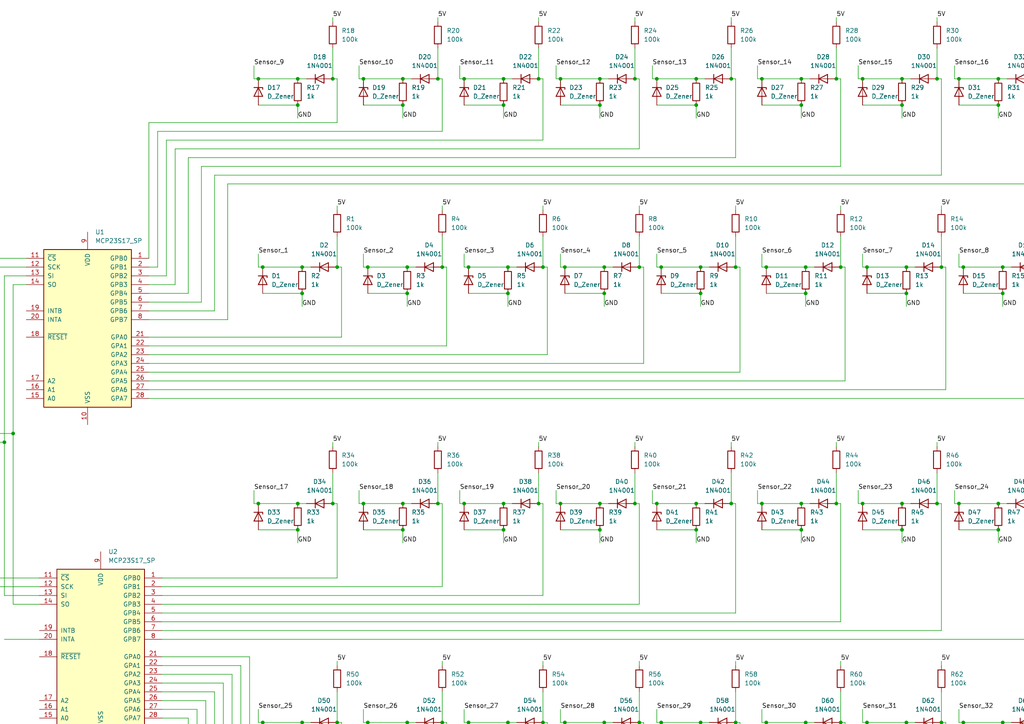
<source format=kicad_sch>
(kicad_sch (version 20230121) (generator eeschema)
  (paper "A4")
  (lib_symbols
    (symbol "Connector:Conn_01x02_Pin" (pin_names (offset 1.016) hide)
      (property "Reference" "J" (at 0 2.54 0))
      (property "Value" "Conn_01x02_Pin" (at 0 -5.08 0))
      (symbol "Conn_01x02_Pin_1_1"
        (pin passive line (at 5.08 0 180) (length 3.81) (name "Pin_1") (number "1"))
        (pin passive line (at 5.08 -2.54 180) (length 3.81) (name "Pin_2") (number "2"))
      )
    )
    (symbol "Connector:Conn_01x08_Pin" (pin_names (offset 1.016) hide)
      (property "Reference" "J" (at 0 10.16 0))
      (property "Value" "Conn_01x08_Pin" (at 0 -12.7 0))
      (symbol "Conn_01x08_Pin_1_1"
        (pin passive line (at 5.08 7.62 180) (length 3.81) (name "Pin_1") (number "1"))
        (pin passive line (at 5.08 5.08 180) (length 3.81) (name "Pin_2") (number "2"))
        (pin passive line (at 5.08 2.54 180) (length 3.81) (name "Pin_3") (number "3"))
        (pin passive line (at 5.08 0 180) (length 3.81) (name "Pin_4") (number "4"))
        (pin passive line (at 5.08 -2.54 180) (length 3.81) (name "Pin_5") (number "5"))
        (pin passive line (at 5.08 -5.08 180) (length 3.81) (name "Pin_6") (number "6"))
        (pin passive line (at 5.08 -7.62 180) (length 3.81) (name "Pin_7") (number "7"))
        (pin passive line (at 5.08 -10.16 180) (length 3.81) (name "Pin_8") (number "8"))
      )
    )
    (symbol "Device:D_Zener" (pin_numbers hide) (pin_names (offset 1.016) hide)
      (property "Reference" "D" (at 0 2.54 0))
      (property "Value" "D_Zener" (at 0 -2.54 0))
      (symbol "D_Zener_1_1"
        (pin passive line (at -3.81 0 0) (length 2.54) (name "K") (number "1"))
        (pin passive line (at 3.81 0 180) (length 2.54) (name "A") (number "2"))
      )
    )
    (symbol "Device:R" (pin_numbers hide) (pin_names (offset 0))
      (property "Reference" "R" (at 2.032 0 90))
      (property "Value" "R" (at 0 0 90))
      (symbol "R_1_1"
        (pin passive line (at 0 3.81 270) (length 1.27) (name "~") (number "1"))
        (pin passive line (at 0 -3.81 90) (length 1.27) (name "~") (number "2"))
      )
    )
    (symbol "Diode:1N4001" (pin_numbers hide) (pin_names hide)
      (property "Reference" "D" (at 0 2.54 0))
      (property "Value" "1N4001" (at 0 -2.54 0))
      (symbol "1N4001_1_1"
        (pin passive line (at -3.81 0 0) (length 2.54) (name "K") (number "1"))
        (pin passive line (at 3.81 0 180) (length 2.54) (name "A") (number "2"))
      )
    )
    (symbol "ESP8266:NodeMCU_1.0_(ESP-12E)" (pin_names (offset 1.016))
      (property "Reference" "U" (at 0 21.59 0))
      (property "Value" "NodeMCU_1.0_(ESP-12E)" (at 0 -21.59 0))
      (symbol "NodeMCU_1.0_(ESP-12E)_1_1"
        (pin input line (at -20.32 17.78 0) (length 5.08) (name "A0(ADC0)") (number "1"))
        (pin input line (at -20.32 -5.08 0) (length 5.08) (name "GND") (number "10"))
        (pin power_out line (at -20.32 -7.62 0) (length 5.08) (name "3.3V") (number "11"))
        (pin input line (at -20.32 -10.16 0) (length 5.08) (name "EN") (number "12"))
        (pin input line (at -20.32 -12.7 0) (length 5.08) (name "RST") (number "13"))
        (pin power_in line (at -20.32 -15.24 0) (length 5.08) (name "GND") (number "14"))
        (pin power_in line (at -20.32 -17.78 0) (length 5.08) (name "VIN") (number "15"))
        (pin power_out line (at 20.32 -17.78 180) (length 5.08) (name "3.3V") (number "16"))
        (pin power_in line (at 20.32 -15.24 180) (length 5.08) (name "GND") (number "17"))
        (pin bidirectional line (at 20.32 -12.7 180) (length 5.08) (name "TX(GPIO1)") (number "18"))
        (pin bidirectional line (at 20.32 -10.16 180) (length 5.08) (name "RX(DPIO3)") (number "19"))
        (pin input line (at -20.32 15.24 0) (length 5.08) (name "RSV") (number "2"))
        (pin bidirectional line (at 20.32 -7.62 180) (length 5.08) (name "D8(GPIO15)") (number "20"))
        (pin bidirectional line (at 20.32 -5.08 180) (length 5.08) (name "D7(GPIO13)") (number "21"))
        (pin bidirectional line (at 20.32 -2.54 180) (length 5.08) (name "D6(GPIO12)") (number "22"))
        (pin bidirectional line (at 20.32 0 180) (length 5.08) (name "D5(GPIO14)") (number "23"))
        (pin power_in line (at 20.32 2.54 180) (length 5.08) (name "GND") (number "24"))
        (pin power_out line (at 20.32 5.08 180) (length 5.08) (name "3.3V") (number "25"))
        (pin bidirectional line (at 20.32 7.62 180) (length 5.08) (name "D4(GPIO2)") (number "26"))
        (pin bidirectional line (at 20.32 10.16 180) (length 5.08) (name "D3(GPIO0)") (number "27"))
        (pin bidirectional line (at 20.32 12.7 180) (length 5.08) (name "D2(GPIO4)") (number "28"))
        (pin bidirectional line (at 20.32 15.24 180) (length 5.08) (name "D1(GPIO5)") (number "29"))
        (pin input line (at -20.32 12.7 0) (length 5.08) (name "RSV") (number "3"))
        (pin bidirectional line (at 20.32 17.78 180) (length 5.08) (name "D0(GPIO16)") (number "30"))
        (pin bidirectional line (at -20.32 10.16 0) (length 5.08) (name "SD3(GPIO10)") (number "4"))
        (pin bidirectional line (at -20.32 7.62 0) (length 5.08) (name "SD2(GPIO9)") (number "5"))
        (pin bidirectional line (at -20.32 5.08 0) (length 5.08) (name "SD1(MOSI)") (number "6"))
        (pin bidirectional line (at -20.32 2.54 0) (length 5.08) (name "CMD(CS)") (number "7"))
        (pin bidirectional line (at -20.32 0 0) (length 5.08) (name "SDO(MISO)") (number "8"))
        (pin bidirectional line (at -20.32 -2.54 0) (length 5.08) (name "CLK(SCLK)") (number "9"))
      )
    )
    (symbol "Interface_Expansion:MCP23S17_SP" (pin_names (offset 1.016))
      (property "Reference" "U" (at -11.43 24.13 0))
      (property "Value" "MCP23S17_SP" (at 0 0 0))
      (symbol "MCP23S17_SP_1_1"
        (pin bidirectional line (at 17.78 20.32 180) (length 5.08) (name "GPB0") (number "1"))
        (pin power_in line (at 0 -27.94 90) (length 5.08) (name "VSS") (number "10"))
        (pin input line (at -17.78 20.32 0) (length 5.08) (name "~{CS}") (number "11"))
        (pin input line (at -17.78 17.78 0) (length 5.08) (name "SCK") (number "12"))
        (pin input line (at -17.78 15.24 0) (length 5.08) (name "SI") (number "13"))
        (pin output line (at -17.78 12.7 0) (length 5.08) (name "SO") (number "14"))
        (pin input line (at -17.78 -20.32 0) (length 5.08) (name "A0") (number "15"))
        (pin input line (at -17.78 -17.78 0) (length 5.08) (name "A1") (number "16"))
        (pin input line (at -17.78 -15.24 0) (length 5.08) (name "A2") (number "17"))
        (pin input line (at -17.78 -2.54 0) (length 5.08) (name "~{RESET}") (number "18"))
        (pin tri_state line (at -17.78 5.08 0) (length 5.08) (name "INTB") (number "19"))
        (pin bidirectional line (at 17.78 17.78 180) (length 5.08) (name "GPB1") (number "2"))
        (pin tri_state line (at -17.78 2.54 0) (length 5.08) (name "INTA") (number "20"))
        (pin bidirectional line (at 17.78 -2.54 180) (length 5.08) (name "GPA0") (number "21"))
        (pin bidirectional line (at 17.78 -5.08 180) (length 5.08) (name "GPA1") (number "22"))
        (pin bidirectional line (at 17.78 -7.62 180) (length 5.08) (name "GPA2") (number "23"))
        (pin bidirectional line (at 17.78 -10.16 180) (length 5.08) (name "GPA3") (number "24"))
        (pin bidirectional line (at 17.78 -12.7 180) (length 5.08) (name "GPA4") (number "25"))
        (pin bidirectional line (at 17.78 -15.24 180) (length 5.08) (name "GPA5") (number "26"))
        (pin bidirectional line (at 17.78 -17.78 180) (length 5.08) (name "GPA6") (number "27"))
        (pin bidirectional line (at 17.78 -20.32 180) (length 5.08) (name "GPA7") (number "28"))
        (pin bidirectional line (at 17.78 15.24 180) (length 5.08) (name "GPB2") (number "3"))
        (pin bidirectional line (at 17.78 12.7 180) (length 5.08) (name "GPB3") (number "4"))
        (pin bidirectional line (at 17.78 10.16 180) (length 5.08) (name "GPB4") (number "5"))
        (pin bidirectional line (at 17.78 7.62 180) (length 5.08) (name "GPB5") (number "6"))
        (pin bidirectional line (at 17.78 5.08 180) (length 5.08) (name "GPB6") (number "7"))
        (pin bidirectional line (at 17.78 2.54 180) (length 5.08) (name "GPB7") (number "8"))
        (pin power_in line (at 0 27.94 270) (length 5.08) (name "VDD") (number "9"))
      )
    )
  )
  (junction (at 86.36 22.86))
  (junction (at 135.89 209.55))
  (junction (at 290.83 77.47))
  (junction (at 134.62 146.05))
  (junction (at 250.19 146.05))
  (junction (at 128.27 209.55))
  (junction (at 118.11 217.17))
  (junction (at 173.99 30.48))
  (junction (at 251.46 77.47))
  (junction (at 242.57 22.86))
  (junction (at 201.93 146.05))
  (junction (at 146.05 153.67))
  (junction (at 261.62 30.48))
  (junction (at 203.2 85.09))
  (junction (at 232.41 30.48))
  (junction (at 157.48 77.47))
  (junction (at 242.57 146.05))
  (junction (at 262.89 209.55))
  (junction (at 191.77 77.47))
  (junction (at 261.62 153.67))
  (junction (at 118.11 77.47))
  (junction (at 299.72 22.86))
  (junction (at 147.32 85.09))
  (junction (at 134.62 22.86))
  (junction (at 86.36 146.05))
  (junction (at 213.36 209.55))
  (junction (at 289.56 30.48))
  (junction (at 278.13 22.86))
  (junction (at 233.68 77.47))
  (junction (at 278.13 146.05))
  (junction (at 87.63 217.17))
  (junction (at 3.81 125.73))
  (junction (at 201.93 153.67))
  (junction (at 262.89 217.17))
  (junction (at 232.41 22.86))
  (junction (at 190.5 146.05))
  (junction (at 290.83 85.09))
  (junction (at 289.56 146.05))
  (junction (at 250.19 22.86))
  (junction (at 290.83 217.17))
  (junction (at 203.2 209.55))
  (junction (at 96.52 22.86))
  (junction (at 290.83 209.55))
  (junction (at 163.83 77.47))
  (junction (at -2.54 123.19))
  (junction (at 201.93 22.86))
  (junction (at 163.83 209.55))
  (junction (at 97.79 209.55))
  (junction (at 156.21 22.86))
  (junction (at 184.15 146.05))
  (junction (at 76.2 77.47))
  (junction (at 87.63 85.09))
  (junction (at 87.63 209.55))
  (junction (at 127 146.05))
  (junction (at 232.41 153.67))
  (junction (at 185.42 77.47))
  (junction (at 87.63 77.47))
  (junction (at 175.26 209.55))
  (junction (at 190.5 22.86))
  (junction (at 175.26 77.47))
  (junction (at 127 22.86))
  (junction (at 147.32 209.55))
  (junction (at 279.4 209.55))
  (junction (at 261.62 146.05))
  (junction (at 173.99 153.67))
  (junction (at 157.48 209.55))
  (junction (at 262.89 85.09))
  (junction (at 116.84 22.86))
  (junction (at 146.05 30.48))
  (junction (at 212.09 22.86))
  (junction (at 96.52 146.05))
  (junction (at 147.32 217.17))
  (junction (at 289.56 22.86))
  (junction (at 146.05 22.86))
  (junction (at 147.32 77.47))
  (junction (at 86.36 153.67))
  (junction (at 105.41 146.05))
  (junction (at 185.42 209.55))
  (junction (at 233.68 209.55))
  (junction (at 106.68 77.47))
  (junction (at 233.68 217.17))
  (junction (at 220.98 22.86))
  (junction (at 300.99 209.55))
  (junction (at 220.98 146.05))
  (junction (at 222.25 209.55))
  (junction (at 175.26 85.09))
  (junction (at 271.78 146.05))
  (junction (at 289.56 153.67))
  (junction (at 74.93 22.86))
  (junction (at 128.27 77.47))
  (junction (at 232.41 146.05))
  (junction (at 156.21 146.05))
  (junction (at 243.84 77.47))
  (junction (at 74.93 146.05))
  (junction (at 118.11 209.55))
  (junction (at 116.84 30.48))
  (junction (at 251.46 209.55))
  (junction (at 279.4 77.47))
  (junction (at 97.79 77.47))
  (junction (at 212.09 146.05))
  (junction (at 213.36 77.47))
  (junction (at 271.78 22.86))
  (junction (at 300.99 77.47))
  (junction (at 184.15 22.86))
  (junction (at 116.84 146.05))
  (junction (at 86.36 30.48))
  (junction (at 261.62 22.86))
  (junction (at 162.56 22.86))
  (junction (at 105.41 22.86))
  (junction (at 273.05 77.47))
  (junction (at 116.84 153.67))
  (junction (at 243.84 209.55))
  (junction (at 273.05 209.55))
  (junction (at 76.2 209.55))
  (junction (at 191.77 209.55))
  (junction (at 203.2 217.17))
  (junction (at 262.89 77.47))
  (junction (at 135.89 77.47))
  (junction (at 118.11 85.09))
  (junction (at 175.26 217.17))
  (junction (at 173.99 146.05))
  (junction (at -6.35 130.81))
  (junction (at 222.25 77.47))
  (junction (at 203.2 77.47))
  (junction (at 1.27 128.27))
  (junction (at 299.72 146.05))
  (junction (at 173.99 22.86))
  (junction (at 106.68 209.55))
  (junction (at 201.93 30.48))
  (junction (at 162.56 146.05))
  (junction (at 146.05 146.05))
  (junction (at 233.68 85.09))
  (wire (pts (xy -19.05 39.37) (xy -11.43 39.37)))
  (wire (pts (xy 50.8 82.55) (xy 50.8 43.18)))
  (wire (pts (xy 106.68 85.09) (xy 118.11 85.09)))
  (wire (pts (xy 74.93 73.66) (xy 74.93 77.47)))
  (wire (pts (xy 43.18 82.55) (xy 50.8 82.55)))
  (wire (pts (xy 251.46 209.55) (xy 262.89 209.55)))
  (wire (pts (xy 46.99 177.8) (xy 213.36 177.8)))
  (wire (pts (xy 212.09 6.35) (xy 212.09 5.08)))
  (wire (pts (xy 214.63 107.95) (xy 214.63 77.47)))
  (wire (pts (xy 134.62 209.55) (xy 135.89 209.55)))
  (wire (pts (xy 173.99 30.48) (xy 173.99 34.29)))
  (wire (pts (xy 290.83 217.17) (xy 290.83 220.98)))
  (wire (pts (xy 184.15 146.05) (xy 185.42 146.05)))
  (wire (pts (xy 213.36 193.04) (xy 213.36 191.77)))
  (wire (pts (xy 262.89 217.17) (xy 262.89 220.98)))
  (wire (pts (xy 189.23 19.05) (xy 189.23 22.86)))
  (wire (pts (xy 157.48 209.55) (xy 158.75 209.55)))
  (wire (pts (xy 99.06 97.79) (xy 99.06 77.47)))
  (wire (pts (xy 134.62 73.66) (xy 134.62 77.47)))
  (wire (pts (xy 201.93 153.67) (xy 201.93 157.48)))
  (wire (pts (xy 11.43 175.26) (xy 3.81 175.26)))
  (wire (pts (xy 76.2 77.47) (xy 87.63 77.47)))
  (wire (pts (xy 46.99 172.72) (xy 157.48 172.72)))
  (wire (pts (xy 127 13.97) (xy 127 22.86)))
  (wire (pts (xy 116.84 22.86) (xy 119.38 22.86)))
  (wire (pts (xy 273.05 50.8) (xy 273.05 22.86)))
  (wire (pts (xy 86.36 30.48) (xy 86.36 34.29)))
  (wire (pts (xy 184.15 22.86) (xy 185.42 22.86)))
  (wire (pts (xy 3.81 82.55) (xy 3.81 125.73)))
  (wire (pts (xy 43.18 105.41) (xy 186.69 105.41)))
  (wire (pts (xy 220.98 209.55) (xy 222.25 209.55)))
  (wire (pts (xy 46.99 182.88) (xy 273.05 182.88)))
  (wire (pts (xy 43.18 35.56) (xy 43.18 74.93)))
  (wire (pts (xy 97.79 193.04) (xy 97.79 191.77)))
  (wire (pts (xy 158.75 234.95) (xy 158.75 209.55)))
  (wire (pts (xy 157.48 77.47) (xy 158.75 77.47)))
  (wire (pts (xy 190.5 209.55) (xy 191.77 209.55)))
  (wire (pts (xy 276.86 146.05) (xy 278.13 146.05)))
  (wire (pts (xy 274.32 113.03) (xy 274.32 77.47)))
  (wire (pts (xy 43.18 110.49) (xy 245.11 110.49)))
  (wire (pts (xy 1.27 128.27) (xy -29.21 128.27)))
  (wire (pts (xy 220.98 73.66) (xy 220.98 77.47)))
  (wire (pts (xy 135.89 209.55) (xy 147.32 209.55)))
  (wire (pts (xy 273.05 200.66) (xy 273.05 209.55)))
  (wire (pts (xy 74.93 153.67) (xy 86.36 153.67)))
  (wire (pts (xy 45.72 77.47) (xy 45.72 38.1)))
  (wire (pts (xy 163.83 217.17) (xy 175.26 217.17)))
  (wire (pts (xy 128.27 38.1) (xy 128.27 22.86)))
  (wire (pts (xy 185.42 77.47) (xy 186.69 77.47)))
  (wire (pts (xy 245.11 110.49) (xy 245.11 77.47)))
  (wire (pts (xy 46.99 193.04) (xy 69.85 193.04)))
  (wire (pts (xy 97.79 77.47) (xy 99.06 77.47)))
  (wire (pts (xy 62.23 90.17) (xy 62.23 50.8)))
  (wire (pts (xy 212.09 137.16) (xy 212.09 146.05)))
  (wire (pts (xy 278.13 153.67) (xy 289.56 153.67)))
  (wire (pts (xy 184.15 13.97) (xy 184.15 22.86)))
  (wire (pts (xy 251.46 85.09) (xy 262.89 85.09)))
  (wire (pts (xy 347.98 81.28) (xy 353.06 81.28)))
  (wire (pts (xy 212.09 146.05) (xy 213.36 146.05)))
  (wire (pts (xy 271.78 146.05) (xy 273.05 146.05)))
  (wire (pts (xy 243.84 48.26) (xy 243.84 22.86)))
  (wire (pts (xy 213.36 209.55) (xy 214.63 209.55)))
  (wire (pts (xy 248.92 22.86) (xy 250.19 22.86)))
  (wire (pts (xy 377.19 144.78) (xy 382.27 144.78)))
  (wire (pts (xy 118.11 85.09) (xy 118.11 88.9)))
  (wire (pts (xy 128.27 77.47) (xy 129.54 77.47)))
  (wire (pts (xy -2.54 170.18) (xy 11.43 170.18)))
  (wire (pts (xy 232.41 22.86) (xy 234.95 22.86)))
  (wire (pts (xy -6.35 130.81) (xy -29.21 130.81)))
  (wire (pts (xy 378.46 81.28) (xy 383.54 81.28)))
  (wire (pts (xy 378.46 86.36) (xy 383.54 86.36)))
  (wire (pts (xy 105.41 73.66) (xy 105.41 77.47)))
  (wire (pts (xy 245.11 242.57) (xy 245.11 209.55)))
  (wire (pts (xy 347.98 86.36) (xy 353.06 86.36)))
  (wire (pts (xy 378.46 78.74) (xy 383.54 78.74)))
  (wire (pts (xy 378.46 83.82) (xy 383.54 83.82)))
  (wire (pts (xy 250.19 30.48) (xy 261.62 30.48)))
  (wire (pts (xy 273.05 68.58) (xy 273.05 77.47)))
  (wire (pts (xy 220.98 146.05) (xy 232.41 146.05)))
  (wire (pts (xy 184.15 6.35) (xy 184.15 5.08)))
  (wire (pts (xy 300.99 200.66) (xy 300.99 209.55)))
  (wire (pts (xy 54.61 45.72) (xy 213.36 45.72)))
  (wire (pts (xy 3.81 125.73) (xy 3.81 175.26)))
  (wire (pts (xy 203.2 77.47) (xy 205.74 77.47)))
  (wire (pts (xy 1.27 172.72) (xy 1.27 128.27)))
  (wire (pts (xy 127 22.86) (xy 128.27 22.86)))
  (wire (pts (xy 279.4 85.09) (xy 290.83 85.09)))
  (wire (pts (xy 86.36 146.05) (xy 88.9 146.05)))
  (wire (pts (xy 300.99 68.58) (xy 300.99 77.47)))
  (wire (pts (xy 222.25 85.09) (xy 233.68 85.09)))
  (wire (pts (xy 147.32 85.09) (xy 147.32 88.9)))
  (wire (pts (xy 162.56 153.67) (xy 173.99 153.67)))
  (wire (pts (xy 261.62 22.86) (xy 264.16 22.86)))
  (wire (pts (xy 99.06 229.87) (xy 99.06 209.55)))
  (wire (pts (xy 219.71 19.05) (xy 219.71 22.86)))
  (wire (pts (xy 377.19 147.32) (xy 382.27 147.32)))
  (wire (pts (xy 243.84 68.58) (xy 243.84 77.47)))
  (wire (pts (xy 157.48 40.64) (xy 157.48 22.86)))
  (wire (pts (xy 118.11 77.47) (xy 120.65 77.47)))
  (wire (pts (xy 190.5 205.74) (xy 190.5 209.55)))
  (wire (pts (xy 46.99 195.58) (xy 67.31 195.58)))
  (wire (pts (xy 162.56 205.74) (xy 162.56 209.55)))
  (wire (pts (xy 134.62 30.48) (xy 146.05 30.48)))
  (wire (pts (xy 185.42 60.96) (xy 185.42 59.69)))
  (wire (pts (xy 213.36 146.05) (xy 213.36 177.8)))
  (wire (pts (xy 73.66 142.24) (xy 73.66 146.05)))
  (wire (pts (xy 274.32 245.11) (xy 274.32 209.55)))
  (wire (pts (xy 135.89 217.17) (xy 147.32 217.17)))
  (wire (pts (xy 163.83 77.47) (xy 175.26 77.47)))
  (wire (pts (xy 186.69 105.41) (xy 186.69 77.47)))
  (wire (pts (xy 118.11 217.17) (xy 118.11 220.98)))
  (wire (pts (xy 66.04 92.71) (xy 66.04 53.34)))
  (wire (pts (xy 161.29 142.24) (xy 161.29 146.05)))
  (wire (pts (xy 105.41 30.48) (xy 116.84 30.48)))
  (wire (pts (xy 243.84 77.47) (xy 245.11 77.47)))
  (wire (pts (xy 76.2 217.17) (xy 87.63 217.17)))
  (wire (pts (xy 129.54 232.41) (xy 129.54 209.55)))
  (wire (pts (xy 43.18 87.63) (xy 58.42 87.63)))
  (wire (pts (xy 346.71 142.24) (xy 351.79 142.24)))
  (wire (pts (xy 173.99 146.05) (xy 176.53 146.05)))
  (wire (pts (xy 157.48 146.05) (xy 157.48 172.72)))
  (wire (pts (xy 262.89 85.09) (xy 262.89 88.9)))
  (wire (pts (xy 7.62 80.01) (xy 1.27 80.01)))
  (wire (pts (xy 128.27 193.04) (xy 128.27 191.77)))
  (wire (pts (xy 278.13 146.05) (xy 289.56 146.05)))
  (wire (pts (xy -6.35 130.81) (xy -6.35 167.64)))
  (wire (pts (xy -2.54 123.19) (xy -2.54 170.18)))
  (wire (pts (xy 185.42 209.55) (xy 186.69 209.55)))
  (wire (pts (xy 134.62 153.67) (xy 146.05 153.67)))
  (wire (pts (xy 190.5 73.66) (xy 190.5 77.47)))
  (wire (pts (xy 128.27 68.58) (xy 128.27 77.47)))
  (wire (pts (xy 233.68 209.55) (xy 236.22 209.55)))
  (wire (pts (xy 279.4 209.55) (xy 290.83 209.55)))
  (wire (pts (xy 219.71 22.86) (xy 220.98 22.86)))
  (wire (pts (xy 290.83 209.55) (xy 293.37 209.55)))
  (wire (pts (xy 184.15 129.54) (xy 184.15 128.27)))
  (wire (pts (xy 273.05 209.55) (xy 274.32 209.55)))
  (wire (pts (xy 248.92 146.05) (xy 250.19 146.05)))
  (wire (pts (xy 232.41 146.05) (xy 234.95 146.05)))
  (wire (pts (xy 43.18 90.17) (xy 62.23 90.17)))
  (wire (pts (xy 299.72 22.86) (xy 300.99 22.86)))
  (wire (pts (xy 347.98 71.12) (xy 353.06 71.12)))
  (wire (pts (xy 127 129.54) (xy 127 128.27)))
  (wire (pts (xy 250.19 77.47) (xy 251.46 77.47)))
  (wire (pts (xy 62.23 50.8) (xy 273.05 50.8)))
  (wire (pts (xy 57.15 205.74) (xy 57.15 245.11)))
  (wire (pts (xy 219.71 142.24) (xy 219.71 146.05)))
  (wire (pts (xy 86.36 153.67) (xy 86.36 157.48)))
  (wire (pts (xy 128.27 60.96) (xy 128.27 59.69)))
  (wire (pts (xy 185.42 146.05) (xy 185.42 175.26)))
  (wire (pts (xy 201.93 146.05) (xy 204.47 146.05)))
  (wire (pts (xy 186.69 237.49) (xy 186.69 209.55)))
  (wire (pts (xy 7.62 74.93) (xy -6.35 74.93)))
  (wire (pts (xy 106.68 77.47) (xy 118.11 77.47)))
  (wire (pts (xy 161.29 19.05) (xy 161.29 22.86)))
  (wire (pts (xy 43.18 107.95) (xy 214.63 107.95)))
  (wire (pts (xy 271.78 129.54) (xy 271.78 128.27)))
  (wire (pts (xy 96.52 6.35) (xy 96.52 5.08)))
  (wire (pts (xy 48.26 80.01) (xy 48.26 40.64)))
  (wire (pts (xy 243.84 209.55) (xy 245.11 209.55)))
  (wire (pts (xy 276.86 19.05) (xy 276.86 22.86)))
  (wire (pts (xy 279.4 77.47) (xy 290.83 77.47)))
  (wire (pts (xy 242.57 6.35) (xy 242.57 5.08)))
  (wire (pts (xy 50.8 43.18) (xy 185.42 43.18)))
  (wire (pts (xy 300.99 193.04) (xy 300.99 191.77)))
  (wire (pts (xy 105.41 146.05) (xy 116.84 146.05)))
  (wire (pts (xy 147.32 77.47) (xy 149.86 77.47)))
  (wire (pts (xy 54.61 247.65) (xy 302.26 247.65)))
  (wire (pts (xy 133.35 22.86) (xy 134.62 22.86)))
  (wire (pts (xy 147.32 209.55) (xy 149.86 209.55)))
  (wire (pts (xy 146.05 146.05) (xy 148.59 146.05)))
  (wire (pts (xy 242.57 137.16) (xy 242.57 146.05)))
  (wire (pts (xy 162.56 77.47) (xy 163.83 77.47)))
  (wire (pts (xy 377.19 142.24) (xy 382.27 142.24)))
  (wire (pts (xy 62.23 240.03) (xy 214.63 240.03)))
  (wire (pts (xy 378.46 73.66) (xy 383.54 73.66)))
  (wire (pts (xy 250.19 153.67) (xy 261.62 153.67)))
  (wire (pts (xy 250.19 209.55) (xy 251.46 209.55)))
  (wire (pts (xy 262.89 77.47) (xy 265.43 77.47)))
  (wire (pts (xy 157.48 200.66) (xy 157.48 209.55)))
  (wire (pts (xy 232.41 30.48) (xy 232.41 34.29)))
  (wire (pts (xy -6.35 74.93) (xy -6.35 130.81)))
  (wire (pts (xy 127 137.16) (xy 127 146.05)))
  (wire (pts (xy 97.79 35.56) (xy 43.18 35.56)))
  (wire (pts (xy 43.18 100.33) (xy 129.54 100.33)))
  (wire (pts (xy 273.05 193.04) (xy 273.05 191.77)))
  (wire (pts (xy 190.5 22.86) (xy 201.93 22.86)))
  (wire (pts (xy 271.78 22.86) (xy 273.05 22.86)))
  (wire (pts (xy 134.62 205.74) (xy 134.62 209.55)))
  (wire (pts (xy 86.36 22.86) (xy 88.9 22.86)))
  (wire (pts (xy 46.99 205.74) (xy 57.15 205.74)))
  (wire (pts (xy 156.21 137.16) (xy 156.21 146.05)))
  (wire (pts (xy 105.41 153.67) (xy 116.84 153.67)))
  (wire (pts (xy 7.62 82.55) (xy 3.81 82.55)))
  (wire (pts (xy -2.54 77.47) (xy -2.54 123.19)))
  (wire (pts (xy 1.27 80.01) (xy 1.27 128.27)))
  (wire (pts (xy 127 146.05) (xy 128.27 146.05)))
  (wire (pts (xy 220.98 30.48) (xy 232.41 30.48)))
  (wire (pts (xy 233.68 85.09) (xy 233.68 88.9)))
  (wire (pts (xy 134.62 146.05) (xy 146.05 146.05)))
  (wire (pts (xy 135.89 77.47) (xy 147.32 77.47)))
  (wire (pts (xy 222.25 217.17) (xy 233.68 217.17)))
  (wire (pts (xy 97.79 209.55) (xy 99.06 209.55)))
  (wire (pts (xy 346.71 157.48) (xy 351.79 157.48)))
  (wire (pts (xy 62.23 200.66) (xy 62.23 240.03)))
  (wire (pts (xy 346.71 139.7) (xy 351.79 139.7)))
  (wire (pts (xy 46.99 180.34) (xy 243.84 180.34)))
  (wire (pts (xy 105.41 77.47) (xy 106.68 77.47)))
  (wire (pts (xy 76.2 85.09) (xy 87.63 85.09)))
  (wire (pts (xy 250.19 146.05) (xy 261.62 146.05)))
  (wire (pts (xy -11.43 36.83) (xy -19.05 36.83)))
  (wire (pts (xy 203.2 209.55) (xy 205.74 209.55)))
  (wire (pts (xy 161.29 146.05) (xy 162.56 146.05)))
  (wire (pts (xy 146.05 153.67) (xy 146.05 157.48)))
  (wire (pts (xy 377.19 139.7) (xy 382.27 139.7)))
  (wire (pts (xy 191.77 217.17) (xy 203.2 217.17)))
  (wire (pts (xy 156.21 13.97) (xy 156.21 22.86)))
  (wire (pts (xy 72.39 229.87) (xy 99.06 229.87)))
  (wire (pts (xy 87.63 77.47) (xy 90.17 77.47)))
  (wire (pts (xy 106.68 209.55) (xy 118.11 209.55)))
  (wire (pts (xy 46.99 190.5) (xy 72.39 190.5)))
  (wire (pts (xy 146.05 22.86) (xy 148.59 22.86)))
  (wire (pts (xy 73.66 19.05) (xy 73.66 22.86)))
  (wire (pts (xy 191.77 85.09) (xy 203.2 85.09)))
  (wire (pts (xy 96.52 129.54) (xy 96.52 128.27)))
  (wire (pts (xy 46.99 185.42) (xy 300.99 185.42)))
  (wire (pts (xy 104.14 19.05) (xy 104.14 22.86)))
  (wire (pts (xy 67.31 195.58) (xy 67.31 234.95)))
  (wire (pts (xy 220.98 22.86) (xy 232.41 22.86)))
  (wire (pts (xy 118.11 209.55) (xy 120.65 209.55)))
  (wire (pts (xy 278.13 77.47) (xy 279.4 77.47)))
  (wire (pts (xy 97.79 200.66) (xy 97.79 209.55)))
  (wire (pts (xy 146.05 30.48) (xy 146.05 34.29)))
  (wire (pts (xy 346.71 154.94) (xy 351.79 154.94)))
  (wire (pts (xy 156.21 6.35) (xy 156.21 5.08)))
  (wire (pts (xy 251.46 77.47) (xy 262.89 77.47)))
  (wire (pts (xy 300.99 146.05) (xy 300.99 185.42)))
  (wire (pts (xy 201.93 30.48) (xy 201.93 34.29)))
  (wire (pts (xy 262.89 209.55) (xy 265.43 209.55)))
  (wire (pts (xy 190.5 153.67) (xy 201.93 153.67)))
  (wire (pts (xy 162.56 22.86) (xy 173.99 22.86)))
  (wire (pts (xy 261.62 153.67) (xy 261.62 157.48)))
  (wire (pts (xy 156.21 129.54) (xy 156.21 128.27)))
  (wire (pts (xy 129.54 100.33) (xy 129.54 77.47)))
  (wire (pts (xy 290.83 85.09) (xy 290.83 88.9)))
  (wire (pts (xy 66.04 53.34) (xy 300.99 53.34)))
  (wire (pts (xy 261.62 146.05) (xy 264.16 146.05)))
  (wire (pts (xy 203.2 85.09) (xy 203.2 88.9)))
  (wire (pts (xy 189.23 142.24) (xy 189.23 146.05)))
  (wire (pts (xy 43.18 102.87) (xy 158.75 102.87)))
  (wire (pts (xy 173.99 153.67) (xy 173.99 157.48)))
  (wire (pts (xy 299.72 137.16) (xy 299.72 146.05)))
  (wire (pts (xy 201.93 22.86) (xy 204.47 22.86)))
  (wire (pts (xy 289.56 30.48) (xy 289.56 34.29)))
  (wire (pts (xy 347.98 88.9) (xy 353.06 88.9)))
  (wire (pts (xy 45.72 38.1) (xy 128.27 38.1)))
  (wire (pts (xy 273.05 60.96) (xy 273.05 59.69)))
  (wire (pts (xy 299.72 6.35) (xy 299.72 5.08)))
  (wire (pts (xy 135.89 85.09) (xy 147.32 85.09)))
  (wire (pts (xy 276.86 22.86) (xy 278.13 22.86)))
  (wire (pts (xy 46.99 203.2) (xy 59.69 203.2)))
  (wire (pts (xy 346.71 149.86) (xy 351.79 149.86)))
  (wire (pts (xy 190.5 30.48) (xy 201.93 30.48)))
  (wire (pts (xy 250.19 22.86) (xy 261.62 22.86)))
  (wire (pts (xy 69.85 232.41) (xy 129.54 232.41)))
  (wire (pts (xy 346.71 147.32) (xy 351.79 147.32)))
  (wire (pts (xy 290.83 77.47) (xy 293.37 77.47)))
  (wire (pts (xy 46.99 170.18) (xy 128.27 170.18)))
  (wire (pts (xy 175.26 209.55) (xy 177.8 209.55)))
  (wire (pts (xy 278.13 73.66) (xy 278.13 77.47)))
  (wire (pts (xy 232.41 153.67) (xy 232.41 157.48)))
  (wire (pts (xy 67.31 234.95) (xy 158.75 234.95)))
  (wire (pts (xy 377.19 157.48) (xy 382.27 157.48)))
  (wire (pts (xy 300.99 209.55) (xy 302.26 209.55)))
  (wire (pts (xy 157.48 60.96) (xy 157.48 59.69)))
  (wire (pts (xy 133.35 19.05) (xy 133.35 22.86)))
  (wire (pts (xy 7.62 77.47) (xy -2.54 77.47)))
  (wire (pts (xy 43.18 97.79) (xy 99.06 97.79)))
  (wire (pts (xy -2.54 123.19) (xy -29.21 123.19)))
  (wire (pts (xy 43.18 115.57) (xy 302.26 115.57)))
  (wire (pts (xy 278.13 22.86) (xy 289.56 22.86)))
  (wire (pts (xy 185.42 43.18) (xy 185.42 22.86)))
  (wire (pts (xy 347.98 76.2) (xy 353.06 76.2)))
  (wire (pts (xy 74.93 205.74) (xy 74.93 209.55)))
  (wire (pts (xy 377.19 149.86) (xy 382.27 149.86)))
  (wire (pts (xy 189.23 146.05) (xy 190.5 146.05)))
  (wire (pts (xy 242.57 13.97) (xy 242.57 22.86)))
  (wire (pts (xy 46.99 208.28) (xy 54.61 208.28)))
  (wire (pts (xy 185.42 68.58) (xy 185.42 77.47)))
  (wire (pts (xy 156.21 22.86) (xy 157.48 22.86)))
  (wire (pts (xy 87.63 85.09) (xy 87.63 88.9)))
  (wire (pts (xy 11.43 167.64) (xy -6.35 167.64)))
  (wire (pts (xy 64.77 198.12) (xy 64.77 237.49)))
  (wire (pts (xy 11.43 185.42) (xy 1.27 185.42)))
  (wire (pts (xy 278.13 209.55) (xy 279.4 209.55)))
  (wire (pts (xy 73.66 22.86) (xy 74.93 22.86)))
  (wire (pts (xy 279.4 217.17) (xy 290.83 217.17)))
  (wire (pts (xy 233.68 217.17) (xy 233.68 220.98)))
  (wire (pts (xy 43.18 77.47) (xy 45.72 77.47)))
  (wire (pts (xy 57.15 245.11) (xy 274.32 245.11)))
  (wire (pts (xy 97.79 60.96) (xy 97.79 59.69)))
  (wire (pts (xy 276.86 142.24) (xy 276.86 146.05)))
  (wire (pts (xy 162.56 73.66) (xy 162.56 77.47)))
  (wire (pts (xy 162.56 146.05) (xy 173.99 146.05)))
  (wire (pts (xy 278.13 30.48) (xy 289.56 30.48)))
  (wire (pts (xy 133.35 142.24) (xy 133.35 146.05)))
  (wire (pts (xy 162.56 209.55) (xy 163.83 209.55)))
  (wire (pts (xy 347.98 83.82) (xy 353.06 83.82)))
  (wire (pts (xy 212.09 129.54) (xy 212.09 128.27)))
  (wire (pts (xy 59.69 203.2) (xy 59.69 242.57)))
  (wire (pts (xy 243.84 60.96) (xy 243.84 59.69)))
  (wire (pts (xy 243.84 193.04) (xy 243.84 191.77)))
  (wire (pts (xy 185.42 193.04) (xy 185.42 191.77)))
  (wire (pts (xy 157.48 68.58) (xy 157.48 77.47)))
  (wire (pts (xy 212.09 13.97) (xy 212.09 22.86)))
  (wire (pts (xy 134.62 22.86) (xy 146.05 22.86)))
  (wire (pts (xy 203.2 217.17) (xy 203.2 220.98)))
  (wire (pts (xy 104.14 142.24) (xy 104.14 146.05)))
  (wire (pts (xy 87.63 209.55) (xy 90.17 209.55)))
  (wire (pts (xy 97.79 35.56) (xy 97.79 22.86)))
  (wire (pts (xy 87.63 217.17) (xy 87.63 220.98)))
  (wire (pts (xy 48.26 40.64) (xy 157.48 40.64)))
  (wire (pts (xy 347.98 73.66) (xy 353.06 73.66)))
  (wire (pts (xy 261.62 30.48) (xy 261.62 34.29)))
  (wire (pts (xy 378.46 88.9) (xy 383.54 88.9)))
  (wire (pts (xy 74.93 209.55) (xy 76.2 209.55)))
  (wire (pts (xy 43.18 85.09) (xy 54.61 85.09)))
  (wire (pts (xy 173.99 22.86) (xy 176.53 22.86)))
  (wire (pts (xy 74.93 30.48) (xy 86.36 30.48)))
  (wire (pts (xy 128.27 146.05) (xy 128.27 170.18)))
  (wire (pts (xy 175.26 85.09) (xy 175.26 88.9)))
  (wire (pts (xy 46.99 167.64) (xy 97.79 167.64)))
  (wire (pts (xy 54.61 85.09) (xy 54.61 45.72)))
  (wire (pts (xy 302.26 247.65) (xy 302.26 209.55)))
  (wire (pts (xy 300.99 60.96) (xy 300.99 59.69)))
  (wire (pts (xy 161.29 22.86) (xy 162.56 22.86)))
  (wire (pts (xy 212.09 22.86) (xy 213.36 22.86)))
  (wire (pts (xy 46.99 175.26) (xy 185.42 175.26)))
  (wire (pts (xy 302.26 115.57) (xy 302.26 77.47)))
  (wire (pts (xy 133.35 146.05) (xy 134.62 146.05)))
  (wire (pts (xy 162.56 30.48) (xy 173.99 30.48)))
  (wire (pts (xy 220.98 153.67) (xy 232.41 153.67)))
  (wire (pts (xy 347.98 78.74) (xy 353.06 78.74)))
  (wire (pts (xy 250.19 73.66) (xy 250.19 77.47)))
  (wire (pts (xy 377.19 152.4) (xy 382.27 152.4)))
  (wire (pts (xy 147.32 217.17) (xy 147.32 220.98)))
  (wire (pts (xy 243.84 200.66) (xy 243.84 209.55)))
  (wire (pts (xy 128.27 200.66) (xy 128.27 209.55)))
  (wire (pts (xy 289.56 22.86) (xy 292.1 22.86)))
  (wire (pts (xy 72.39 190.5) (xy 72.39 229.87)))
  (wire (pts (xy 58.42 87.63) (xy 58.42 48.26)))
  (wire (pts (xy 116.84 146.05) (xy 119.38 146.05)))
  (wire (pts (xy 191.77 209.55) (xy 203.2 209.55)))
  (wire (pts (xy 105.41 209.55) (xy 106.68 209.55)))
  (wire (pts (xy 289.56 153.67) (xy 289.56 157.48)))
  (wire (pts (xy 220.98 205.74) (xy 220.98 209.55)))
  (wire (pts (xy 278.13 205.74) (xy 278.13 209.55)))
  (wire (pts (xy 46.99 198.12) (xy 64.77 198.12)))
  (wire (pts (xy 116.84 153.67) (xy 116.84 157.48)))
  (wire (pts (xy 213.36 77.47) (xy 214.63 77.47)))
  (wire (pts (xy 213.36 45.72) (xy 213.36 22.86)))
  (wire (pts (xy 128.27 209.55) (xy 129.54 209.55)))
  (wire (pts (xy 273.05 77.47) (xy 274.32 77.47)))
  (wire (pts (xy 54.61 208.28) (xy 54.61 247.65)))
  (wire (pts (xy 43.18 113.03) (xy 274.32 113.03)))
  (wire (pts (xy 46.99 200.66) (xy 62.23 200.66)))
  (wire (pts (xy 74.93 146.05) (xy 86.36 146.05)))
  (wire (pts (xy 74.93 77.47) (xy 76.2 77.47)))
  (wire (pts (xy 134.62 77.47) (xy 135.89 77.47)))
  (wire (pts (xy 191.77 77.47) (xy 203.2 77.47)))
  (wire (pts (xy 248.92 19.05) (xy 248.92 22.86)))
  (wire (pts (xy 97.79 146.05) (xy 97.79 167.64)))
  (wire (pts (xy 289.56 146.05) (xy 292.1 146.05)))
  (wire (pts (xy 346.71 152.4) (xy 351.79 152.4)))
  (wire (pts (xy 189.23 22.86) (xy 190.5 22.86)))
  (wire (pts (xy 300.99 77.47) (xy 302.26 77.47)))
  (wire (pts (xy 116.84 30.48) (xy 116.84 34.29)))
  (wire (pts (xy 220.98 77.47) (xy 222.25 77.47)))
  (wire (pts (xy 156.21 146.05) (xy 157.48 146.05)))
  (wire (pts (xy 76.2 209.55) (xy 87.63 209.55)))
  (wire (pts (xy 243.84 146.05) (xy 243.84 180.34)))
  (wire (pts (xy 250.19 205.74) (xy 250.19 209.55)))
  (wire (pts (xy 106.68 217.17) (xy 118.11 217.17)))
  (wire (pts (xy 69.85 193.04) (xy 69.85 232.41)))
  (wire (pts (xy 378.46 76.2) (xy 383.54 76.2)))
  (wire (pts (xy 58.42 48.26) (xy 243.84 48.26)))
  (wire (pts (xy 97.79 68.58) (xy 97.79 77.47)))
  (wire (pts (xy 300.99 53.34) (xy 300.99 22.86)))
  (wire (pts (xy 184.15 137.16) (xy 184.15 146.05)))
  (wire (pts (xy 299.72 13.97) (xy 299.72 22.86)))
  (wire (pts (xy 64.77 237.49) (xy 186.69 237.49)))
  (wire (pts (xy 43.18 80.01) (xy 48.26 80.01)))
  (wire (pts (xy 157.48 193.04) (xy 157.48 191.77)))
  (wire (pts (xy 163.83 209.55) (xy 175.26 209.55)))
  (wire (pts (xy 96.52 13.97) (xy 96.52 22.86)))
  (wire (pts (xy 219.71 146.05) (xy 220.98 146.05)))
  (wire (pts (xy 378.46 71.12) (xy 383.54 71.12)))
  (wire (pts (xy 104.14 146.05) (xy 105.41 146.05)))
  (wire (pts (xy 73.66 146.05) (xy 74.93 146.05)))
  (wire (pts (xy 96.52 137.16) (xy 96.52 146.05)))
  (wire (pts (xy 190.5 77.47) (xy 191.77 77.47)))
  (wire (pts (xy 104.14 22.86) (xy 105.41 22.86)))
  (wire (pts (xy 222.25 77.47) (xy 233.68 77.47)))
  (wire (pts (xy 242.57 22.86) (xy 243.84 22.86)))
  (wire (pts (xy 96.52 22.86) (xy 97.79 22.86)))
  (wire (pts (xy 163.83 85.09) (xy 175.26 85.09)))
  (wire (pts (xy 242.57 146.05) (xy 243.84 146.05)))
  (wire (pts (xy 43.18 92.71) (xy 66.04 92.71)))
  (wire (pts (xy 214.63 240.03) (xy 214.63 209.55)))
  (wire (pts (xy 213.36 68.58) (xy 213.36 77.47)))
  (wire (pts (xy 175.26 217.17) (xy 175.26 220.98)))
  (wire (pts (xy 299.72 129.54) (xy 299.72 128.27)))
  (wire (pts (xy 96.52 146.05) (xy 97.79 146.05)))
  (wire (pts (xy 248.92 142.24) (xy 248.92 146.05)))
  (wire (pts (xy 213.36 60.96) (xy 213.36 59.69)))
  (wire (pts (xy 346.71 144.78) (xy 351.79 144.78)))
  (wire (pts (xy 273.05 146.05) (xy 273.05 182.88)))
  (wire (pts (xy 222.25 209.55) (xy 233.68 209.55)))
  (wire (pts (xy 11.43 172.72) (xy 1.27 172.72)))
  (wire (pts (xy 105.41 22.86) (xy 116.84 22.86)))
  (wire (pts (xy 377.19 154.94) (xy 382.27 154.94)))
  (wire (pts (xy 158.75 102.87) (xy 158.75 77.47)))
  (wire (pts (xy 185.42 200.66) (xy 185.42 209.55)))
  (wire (pts (xy 74.93 22.86) (xy 86.36 22.86)))
  (wire (pts (xy 127 6.35) (xy 127 5.08)))
  (wire (pts (xy 233.68 77.47) (xy 236.22 77.47)))
  (wire (pts (xy 271.78 6.35) (xy 271.78 5.08)))
  (wire (pts (xy 271.78 137.16) (xy 271.78 146.05)))
  (wire (pts (xy 190.5 146.05) (xy 201.93 146.05)))
  (wire (pts (xy 242.57 129.54) (xy 242.57 128.27)))
  (wire (pts (xy 299.72 146.05) (xy 300.99 146.05)))
  (wire (pts (xy -29.21 125.73) (xy 3.81 125.73)))
  (wire (pts (xy 175.26 77.47) (xy 177.8 77.47)))
  (wire (pts (xy 105.41 205.74) (xy 105.41 209.55)))
  (wire (pts (xy 213.36 200.66) (xy 213.36 209.55)))
  (wire (pts (xy 271.78 13.97) (xy 271.78 22.86)))
  (wire (pts (xy 59.69 242.57) (xy 245.11 242.57)))
  (wire (pts (xy 251.46 217.17) (xy 262.89 217.17)))
  (label "Sensor_5" (at 353.06 81.28 0))
  (label "GND" (at 290.83 220.98 0))
  (label "Sensor_29" (at 382.27 149.86 0))
  (label "GND" (at 87.63 88.9 0))
  (label "Sensor_30" (at 382.27 152.4 0))
  (label "Sensor_30" (at 220.98 205.74 0))
  (label "GND" (at 147.32 220.98 0))
  (label "5V" (at 128.27 191.77 0))
  (label "5V" (at 243.84 59.69 0))
  (label "5V" (at 300.99 191.77 0))
  (label "Sensor_25" (at 382.27 139.7 0))
  (label "Sensor_31" (at 382.27 154.94 0))
  (label "5V" (at 242.57 5.08 0))
  (label "GND" (at 146.05 34.29 0))
  (label "GND" (at 116.84 34.29 0))
  (label "5V" (at 273.05 59.69 0))
  (label "GND" (at 203.2 220.98 0))
  (label "5V" (at 185.42 191.77 0))
  (label "GND" (at 289.56 157.48 0))
  (label "Sensor_12" (at 383.54 78.74 0))
  (label "5V" (at 185.42 59.69 0))
  (label "GND" (at 232.41 34.29 0))
  (label "GND" (at 87.63 220.98 0))
  (label "5V" (at 273.05 191.77 0))
  (label "Sensor_21" (at 189.23 142.24 0))
  (label "GND" (at -11.43 39.37 0))
  (label "Sensor_23" (at 248.92 142.24 0))
  (label "5V" (at 156.21 5.08 0))
  (label "Sensor_22" (at 219.71 142.24 0))
  (label "Sensor_5" (at 190.5 73.66 0))
  (label "Sensor_7" (at 353.06 86.36 0))
  (label "Sensor_19" (at 351.79 144.78 0))
  (label "GND" (at 201.93 34.29 0))
  (label "5V" (at 128.27 59.69 0))
  (label "5V" (at 96.52 5.08 0))
  (label "5V" (at 300.99 59.69 0))
  (label "5V" (at -11.43 36.83 0))
  (label "5V" (at 127 5.08 0))
  (label "Sensor_24" (at 276.86 142.24 0))
  (label "Sensor_20" (at 161.29 142.24 0))
  (label "Sensor_17" (at 351.79 139.7 0))
  (label "Sensor_3" (at 134.62 73.66 0))
  (label "GND" (at 118.11 220.98 0))
  (label "Sensor_1" (at 74.93 73.66 0))
  (label "Sensor_14" (at 383.54 83.82 0))
  (label "Sensor_14" (at 219.71 19.05 0))
  (label "Sensor_11" (at 383.54 76.2 0))
  (label "Sensor_22" (at 351.79 152.4 0))
  (label "Sensor_10" (at 383.54 73.66 0))
  (label "Sensor_17" (at 73.66 142.24 0))
  (label "Sensor_16" (at 383.54 88.9 0))
  (label "Sensor_1" (at 353.06 71.12 0))
  (label "Sensor_23" (at 351.79 154.94 0))
  (label "Sensor_31" (at 250.19 205.74 0))
  (label "Sensor_28" (at 382.27 147.32 0))
  (label "5V" (at 157.48 191.77 0))
  (label "GND" (at 118.11 88.9 0))
  (label "5V" (at 299.72 5.08 0))
  (label "GND" (at 86.36 157.48 0))
  (label "Sensor_15" (at 248.92 19.05 0))
  (label "5V" (at 156.21 128.27 0))
  (label "Sensor_7" (at 250.19 73.66 0))
  (label "5V" (at 184.15 5.08 0))
  (label "GND" (at 86.36 34.29 0))
  (label "5V" (at 271.78 5.08 0))
  (label "Sensor_27" (at 382.27 144.78 0))
  (label "Sensor_24" (at 351.79 157.48 0))
  (label "Sensor_15" (at 383.54 86.36 0))
  (label "Sensor_4" (at 353.06 78.74 0))
  (label "5V" (at 212.09 128.27 0))
  (label "GND" (at 290.83 88.9 0))
  (label "Sensor_10" (at 104.14 19.05 0))
  (label "GND" (at 173.99 157.48 0))
  (label "Sensor_13" (at 189.23 19.05 0))
  (label "Sensor_32" (at 382.27 157.48 0))
  (label "5V" (at 127 128.27 0))
  (label "5V" (at 96.52 128.27 0))
  (label "GND" (at 289.56 34.29 0))
  (label "GND" (at 262.89 88.9 0))
  (label "GND" (at 175.26 88.9 0))
  (label "Sensor_20" (at 351.79 147.32 0))
  (label "Sensor_18" (at 104.14 142.24 0))
  (label "5V" (at 242.57 128.27 0))
  (label "Sensor_19" (at 133.35 142.24 0))
  (label "Sensor_26" (at 105.41 205.74 0))
  (label "5V" (at 157.48 59.69 0))
  (label "Sensor_6" (at 353.06 83.82 0))
  (label "GND" (at 201.93 157.48 0))
  (label "GND" (at 175.26 220.98 0))
  (label "5V" (at 299.72 128.27 0))
  (label "Sensor_9" (at 383.54 71.12 0))
  (label "GND" (at 116.84 157.48 0))
  (label "GND" (at 261.62 157.48 0))
  (label "5V" (at 97.79 59.69 0))
  (label "Sensor_12" (at 161.29 19.05 0))
  (label "5V" (at 213.36 191.77 0))
  (label "Sensor_25" (at 74.93 205.74 0))
  (label "Sensor_8" (at 353.06 88.9 0))
  (label "GND" (at 261.62 34.29 0))
  (label "5V" (at 184.15 128.27 0))
  (label "Sensor_18" (at 351.79 142.24 0))
  (label "Sensor_2" (at 105.41 73.66 0))
  (label "5V" (at 243.84 191.77 0))
  (label "Sensor_2" (at 353.06 73.66 0))
  (label "GND" (at 262.89 220.98 0))
  (label "Sensor_16" (at 276.86 19.05 0))
  (label "Sensor_4" (at 162.56 73.66 0))
  (label "GND" (at 147.32 88.9 0))
  (label "GND" (at 232.41 157.48 0))
  (label "5V" (at 212.09 5.08 0))
  (label "Sensor_9" (at 73.66 19.05 0))
  (label "Sensor_11" (at 133.35 19.05 0))
  (label "5V" (at 271.78 128.27 0))
  (label "GND" (at 233.68 88.9 0))
  (label "GND" (at 173.99 34.29 0))
  (label "Sensor_27" (at 134.62 205.74 0))
  (label "Sensor_8" (at 278.13 73.66 0))
  (label "5V" (at 97.79 191.77 0))
  (label "5V" (at 213.36 59.69 0))
  (label "Sensor_6" (at 220.98 73.66 0))
  (label "Sensor_29" (at 190.5 205.74 0))
  (label "Sensor_32" (at 278.13 205.74 0))
  (label "Sensor_26" (at 382.27 142.24 0))
  (label "Sensor_21" (at 351.79 149.86 0))
  (label "Sensor_3" (at 353.06 76.2 0))
  (label "Sensor_28" (at 162.56 205.74 0))
  (label "Sensor_13" (at 383.54 81.28 0))
  (label "GND" (at 146.05 157.48 0))
  (label "GND" (at 233.68 220.98 0))
  (label "GND" (at 203.2 88.9 0))
  (symbol (lib_id "Device:R") (at 242.57 10.16 0) (unit 1)
    (property "Reference" "R28" (at 245.11 8.89 0) (effects (justify left)))
    (property "Value" "100k" (at 245.11 11.43 0) (effects (justify left)))
    (property "Footprint" "Resistor_THT:R_Axial_DIN0411_L9.9mm_D3.6mm_P12.70mm_Horizontal" (effects hide))
  )
  (symbol (lib_id "Interface_Expansion:MCP23S17_SP") (at 25.4 95.25 0) (unit 1)
    (property "Reference" "U1" (at 27.5941 67.31 0) (effects (justify left)))
    (property "Value" "MCP23S17_SP" (at 27.5941 69.85 0) (effects (justify left)))
    (property "Footprint" "Package_DIP:DIP-28_W7.62mm" (effects hide))
    (property "Datasheet" "http://ww1.microchip.com/downloads/en/DeviceDoc/20001952C.pdf" (effects hide))
  )
  (symbol (lib_id "Device:R") (at 147.32 81.28 0) (unit 1)
    (property "Reference" "R5" (at 149.86 80.01 0) (effects (justify left)))
    (property "Value" "1k" (at 149.86 82.55 0) (effects (justify left)))
    (property "Footprint" "Resistor_THT:R_Axial_DIN0411_L9.9mm_D3.6mm_P12.70mm_Horizontal" (effects hide))
  )
  (symbol (lib_id "Device:R") (at 157.48 64.77 0) (unit 1)
    (property "Reference" "R6" (at 160.02 63.5 0) (effects (justify left)))
    (property "Value" "100k" (at 160.02 66.04 0) (effects (justify left)))
    (property "Footprint" "Resistor_THT:R_Axial_DIN0411_L9.9mm_D3.6mm_P12.70mm_Horizontal" (effects hide))
  )
  (symbol (lib_id "Device:R") (at 185.42 64.77 0) (unit 1)
    (property "Reference" "R8" (at 187.96 63.5 0) (effects (justify left)))
    (property "Value" "100k" (at 187.96 66.04 0) (effects (justify left)))
    (property "Footprint" "Resistor_THT:R_Axial_DIN0411_L9.9mm_D3.6mm_P12.70mm_Horizontal" (effects hide))
  )
  (symbol (lib_id "Diode:1N4001") (at 208.28 22.86 0) (unit 1)
    (property "Reference" "D26" (at 208.28 16.51 0))
    (property "Value" "1N4001" (at 208.28 19.05 0))
    (property "Footprint" "Diode_THT:D_DO-41_SOD81_P10.16mm_Horizontal" (effects hide))
    (property "Datasheet" "http://www.vishay.com/docs/88503/1n4001.pdf" (effects hide))
    (property "Sim.Device" "D" (effects hide))
    (property "Sim.Pins" "1=K 2=A" (effects hide))
  )
  (symbol (lib_id "Diode:1N4001") (at 269.24 77.47 0) (unit 1)
    (property "Reference" "D14" (at 269.24 71.12 0))
    (property "Value" "1N4001" (at 269.24 73.66 0))
    (property "Footprint" "Diode_THT:D_DO-41_SOD81_P10.16mm_Horizontal" (effects hide))
    (property "Datasheet" "http://www.vishay.com/docs/88503/1n4001.pdf" (effects hide))
    (property "Sim.Device" "D" (effects hide))
    (property "Sim.Pins" "1=K 2=A" (effects hide))
  )
  (symbol (lib_id "ESP8266:NodeMCU_1.0_(ESP-12E)") (at -49.53 138.43 0) (unit 1)
    (property "Reference" "U3" (at -49.53 110.49 0) (effects (font (size 1.524 1.524))))
    (property "Value" "NodeMCU_1.0_(ESP-12E)" (at -49.53 113.03 0) (effects (font (size 1.524 1.524))))
  )
  (symbol (lib_id "Device:R") (at 96.52 133.35 0) (unit 1)
    (property "Reference" "R34" (at 99.06 132.08 0) (effects (justify left)))
    (property "Value" "100k" (at 99.06 134.62 0) (effects (justify left)))
    (property "Footprint" "Resistor_THT:R_Axial_DIN0411_L9.9mm_D3.6mm_P12.70mm_Horizontal" (effects hide))
  )
  (symbol (lib_id "Device:R") (at 289.56 26.67 0) (unit 1)
    (property "Reference" "R31" (at 292.1 25.4 0) (effects (justify left)))
    (property "Value" "1k" (at 292.1 27.94 0) (effects (justify left)))
    (property "Footprint" "Resistor_THT:R_Axial_DIN0411_L9.9mm_D3.6mm_P12.70mm_Horizontal" (effects hide))
  )
  (symbol (lib_id "Connector:Conn_01x08_Pin") (at 373.38 78.74 0) (unit 1)
    (property "Reference" "J3" (at 374.015 66.04 0))
    (property "Value" "Conn_01x08_Pin" (at 374.015 68.58 0))
    (property "Footprint" "TerminalBlock_Phoenix:TerminalBlock_Phoenix_PT-1,5-8-3.5-H_1x08_P3.50mm_Horizontal" (effects hide))
  )
  (symbol (lib_id "Device:R") (at 118.11 213.36 0) (unit 1)
    (property "Reference" "R51" (at 120.65 212.09 0) (effects (justify left)))
    (property "Value" "1k" (at 120.65 214.63 0) (effects (justify left)))
    (property "Footprint" "Resistor_THT:R_Axial_DIN0411_L9.9mm_D3.6mm_P12.70mm_Horizontal" (effects hide))
  )
  (symbol (lib_id "Connector:Conn_01x08_Pin") (at 341.63 147.32 0) (unit 1)
    (property "Reference" "J4" (at 342.265 134.62 0))
    (property "Value" "Conn_01x08_Pin" (at 342.265 137.16 0))
    (property "Footprint" "TerminalBlock_Phoenix:TerminalBlock_Phoenix_PT-1,5-8-3.5-H_1x08_P3.50mm_Horizontal" (effects hide))
  )
  (symbol (lib_id "Device:D_Zener") (at 250.19 26.67 270) (unit 1)
    (property "Reference" "D29" (at 252.73 25.4 90) (effects (justify left)))
    (property "Value" "D_Zener" (at 252.73 27.94 90) (effects (justify left)))
    (property "Footprint" "Diode_THT:D_DO-41_SOD81_P10.16mm_Horizontal" (effects hide))
  )
  (symbol (lib_id "Device:R") (at 212.09 10.16 0) (unit 1)
    (property "Reference" "R26" (at 214.63 8.89 0) (effects (justify left)))
    (property "Value" "100k" (at 214.63 11.43 0) (effects (justify left)))
    (property "Footprint" "Resistor_THT:R_Axial_DIN0411_L9.9mm_D3.6mm_P12.70mm_Horizontal" (effects hide))
  )
  (symbol (lib_id "Device:D_Zener") (at 250.19 149.86 270) (unit 1)
    (property "Reference" "D45" (at 252.73 148.59 90) (effects (justify left)))
    (property "Value" "D_Zener" (at 252.73 151.13 90) (effects (justify left)))
    (property "Footprint" "Diode_THT:D_DO-41_SOD81_P10.16mm_Horizontal" (effects hide))
  )
  (symbol (lib_id "Diode:1N4001") (at 267.97 146.05 0) (unit 1)
    (property "Reference" "D46" (at 267.97 139.7 0))
    (property "Value" "1N4001" (at 267.97 142.24 0))
    (property "Footprint" "Diode_THT:D_DO-41_SOD81_P10.16mm_Horizontal" (effects hide))
    (property "Datasheet" "http://www.vishay.com/docs/88503/1n4001.pdf" (effects hide))
    (property "Sim.Device" "D" (effects hide))
    (property "Sim.Pins" "1=K 2=A" (effects hide))
  )
  (symbol (lib_id "Diode:1N4001") (at 238.76 22.86 0) (unit 1)
    (property "Reference" "D28" (at 238.76 16.51 0))
    (property "Value" "1N4001" (at 238.76 19.05 0))
    (property "Footprint" "Diode_THT:D_DO-41_SOD81_P10.16mm_Horizontal" (effects hide))
    (property "Datasheet" "http://www.vishay.com/docs/88503/1n4001.pdf" (effects hide))
    (property "Sim.Device" "D" (effects hide))
    (property "Sim.Pins" "1=K 2=A" (effects hide))
  )
  (symbol (lib_id "Device:D_Zener") (at 105.41 149.86 270) (unit 1)
    (property "Reference" "D35" (at 107.95 148.59 90) (effects (justify left)))
    (property "Value" "D_Zener" (at 107.95 151.13 90) (effects (justify left)))
    (property "Footprint" "Diode_THT:D_DO-41_SOD81_P10.16mm_Horizontal" (effects hide))
  )
  (symbol (lib_id "Device:R") (at 290.83 213.36 0) (unit 1)
    (property "Reference" "R63" (at 293.37 212.09 0) (effects (justify left)))
    (property "Value" "1k" (at 293.37 214.63 0) (effects (justify left)))
    (property "Footprint" "Resistor_THT:R_Axial_DIN0411_L9.9mm_D3.6mm_P12.70mm_Horizontal" (effects hide))
  )
  (symbol (lib_id "Diode:1N4001") (at 297.18 209.55 0) (unit 1)
    (property "Reference" "D64" (at 297.18 203.2 0))
    (property "Value" "1N4001" (at 297.18 205.74 0))
    (property "Footprint" "Diode_THT:D_DO-41_SOD81_P10.16mm_Horizontal" (effects hide))
    (property "Datasheet" "http://www.vishay.com/docs/88503/1n4001.pdf" (effects hide))
    (property "Sim.Device" "D" (effects hide))
    (property "Sim.Pins" "1=K 2=A" (effects hide))
  )
  (symbol (lib_id "Device:R") (at 116.84 149.86 0) (unit 1)
    (property "Reference" "R35" (at 119.38 148.59 0) (effects (justify left)))
    (property "Value" "1k" (at 119.38 151.13 0) (effects (justify left)))
    (property "Footprint" "Resistor_THT:R_Axial_DIN0411_L9.9mm_D3.6mm_P12.70mm_Horizontal" (effects hide))
  )
  (symbol (lib_id "Device:R") (at 290.83 81.28 0) (unit 1)
    (property "Reference" "R15" (at 293.37 80.01 0) (effects (justify left)))
    (property "Value" "1k" (at 293.37 82.55 0) (effects (justify left)))
    (property "Footprint" "Resistor_THT:R_Axial_DIN0411_L9.9mm_D3.6mm_P12.70mm_Horizontal" (effects hide))
  )
  (symbol (lib_id "Device:R") (at 127 10.16 0) (unit 1)
    (property "Reference" "R20" (at 129.54 8.89 0) (effects (justify left)))
    (property "Value" "100k" (at 129.54 11.43 0) (effects (justify left)))
    (property "Footprint" "Resistor_THT:R_Axial_DIN0411_L9.9mm_D3.6mm_P12.70mm_Horizontal" (effects hide))
  )
  (symbol (lib_id "Device:D_Zener") (at 134.62 26.67 270) (unit 1)
    (property "Reference" "D21" (at 137.16 25.4 90) (effects (justify left)))
    (property "Value" "D_Zener" (at 137.16 27.94 90) (effects (justify left)))
    (property "Footprint" "Diode_THT:D_DO-41_SOD81_P10.16mm_Horizontal" (effects hide))
  )
  (symbol (lib_id "Device:R") (at 273.05 64.77 0) (unit 1)
    (property "Reference" "R14" (at 275.59 63.5 0) (effects (justify left)))
    (property "Value" "100k" (at 275.59 66.04 0) (effects (justify left)))
    (property "Footprint" "Resistor_THT:R_Axial_DIN0411_L9.9mm_D3.6mm_P12.70mm_Horizontal" (effects hide))
  )
  (symbol (lib_id "Device:R") (at 146.05 26.67 0) (unit 1)
    (property "Reference" "R21" (at 148.59 25.4 0) (effects (justify left)))
    (property "Value" "1k" (at 148.59 27.94 0) (effects (justify left)))
    (property "Footprint" "Resistor_THT:R_Axial_DIN0411_L9.9mm_D3.6mm_P12.70mm_Horizontal" (effects hide))
  )
  (symbol (lib_id "Device:R") (at 97.79 196.85 0) (unit 1)
    (property "Reference" "R50" (at 100.33 195.58 0) (effects (justify left)))
    (property "Value" "100k" (at 100.33 198.12 0) (effects (justify left)))
    (property "Footprint" "Resistor_THT:R_Axial_DIN0411_L9.9mm_D3.6mm_P12.70mm_Horizontal" (effects hide))
  )
  (symbol (lib_id "Device:D_Zener") (at 278.13 149.86 270) (unit 1)
    (property "Reference" "D47" (at 280.67 148.59 90) (effects (justify left)))
    (property "Value" "D_Zener" (at 280.67 151.13 90) (effects (justify left)))
    (property "Footprint" "Diode_THT:D_DO-41_SOD81_P10.16mm_Horizontal" (effects hide))
  )
  (symbol (lib_id "Device:D_Zener") (at 106.68 213.36 270) (unit 1)
    (property "Reference" "D51" (at 109.22 212.09 90) (effects (justify left)))
    (property "Value" "D_Zener" (at 109.22 214.63 90) (effects (justify left)))
    (property "Footprint" "Diode_THT:D_DO-41_SOD81_P10.16mm_Horizontal" (effects hide))
  )
  (symbol (lib_id "Diode:1N4001") (at 180.34 146.05 0) (unit 1)
    (property "Reference" "D40" (at 180.34 139.7 0))
    (property "Value" "1N4001" (at 180.34 142.24 0))
    (property "Footprint" "Diode_THT:D_DO-41_SOD81_P10.16mm_Horizontal" (effects hide))
    (property "Datasheet" "http://www.vishay.com/docs/88503/1n4001.pdf" (effects hide))
    (property "Sim.Device" "D" (effects hide))
    (property "Sim.Pins" "1=K 2=A" (effects hide))
  )
  (symbol (lib_id "Device:R") (at 201.93 149.86 0) (unit 1)
    (property "Reference" "R41" (at 204.47 148.59 0) (effects (justify left)))
    (property "Value" "1k" (at 204.47 151.13 0) (effects (justify left)))
    (property "Footprint" "Resistor_THT:R_Axial_DIN0411_L9.9mm_D3.6mm_P12.70mm_Horizontal" (effects hide))
  )
  (symbol (lib_id "Device:R") (at 118.11 81.28 0) (unit 1)
    (property "Reference" "R3" (at 120.65 80.01 0) (effects (justify left)))
    (property "Value" "1k" (at 120.65 82.55 0) (effects (justify left)))
    (property "Footprint" "Resistor_THT:R_Axial_DIN0411_L9.9mm_D3.6mm_P12.70mm_Horizontal" (effects hide))
  )
  (symbol (lib_id "Device:D_Zener") (at 191.77 213.36 270) (unit 1)
    (property "Reference" "D57" (at 194.31 212.09 90) (effects (justify left)))
    (property "Value" "D_Zener" (at 194.31 214.63 90) (effects (justify left)))
    (property "Footprint" "Diode_THT:D_DO-41_SOD81_P10.16mm_Horizontal" (effects hide))
  )
  (symbol (lib_id "Device:R") (at 127 133.35 0) (unit 1)
    (property "Reference" "R36" (at 129.54 132.08 0) (effects (justify left)))
    (property "Value" "100k" (at 129.54 134.62 0) (effects (justify left)))
    (property "Footprint" "Resistor_THT:R_Axial_DIN0411_L9.9mm_D3.6mm_P12.70mm_Horizontal" (effects hide))
  )
  (symbol (lib_id "Device:D_Zener") (at 135.89 213.36 270) (unit 1)
    (property "Reference" "D53" (at 138.43 212.09 90) (effects (justify left)))
    (property "Value" "D_Zener" (at 138.43 214.63 90) (effects (justify left)))
    (property "Footprint" "Diode_THT:D_DO-41_SOD81_P10.16mm_Horizontal" (effects hide))
  )
  (symbol (lib_id "Diode:1N4001") (at 240.03 209.55 0) (unit 1)
    (property "Reference" "D60" (at 240.03 203.2 0))
    (property "Value" "1N4001" (at 240.03 205.74 0))
    (property "Footprint" "Diode_THT:D_DO-41_SOD81_P10.16mm_Horizontal" (effects hide))
    (property "Datasheet" "http://www.vishay.com/docs/88503/1n4001.pdf" (effects hide))
    (property "Sim.Device" "D" (effects hide))
    (property "Sim.Pins" "1=K 2=A" (effects hide))
  )
  (symbol (lib_id "Diode:1N4001") (at 295.91 22.86 0) (unit 1)
    (property "Reference" "D32" (at 295.91 16.51 0))
    (property "Value" "1N4001" (at 295.91 19.05 0))
    (property "Footprint" "Diode_THT:D_DO-41_SOD81_P10.16mm_Horizontal" (effects hide))
    (property "Datasheet" "http://www.vishay.com/docs/88503/1n4001.pdf" (effects hide))
    (property "Sim.Device" "D" (effects hide))
    (property "Sim.Pins" "1=K 2=A" (effects hide))
  )
  (symbol (lib_id "Diode:1N4001") (at 92.71 146.05 0) (unit 1)
    (property "Reference" "D34" (at 92.71 139.7 0))
    (property "Value" "1N4001" (at 92.71 142.24 0))
    (property "Footprint" "Diode_THT:D_DO-41_SOD81_P10.16mm_Horizontal" (effects hide))
    (property "Datasheet" "http://www.vishay.com/docs/88503/1n4001.pdf" (effects hide))
    (property "Sim.Device" "D" (effects hide))
    (property "Sim.Pins" "1=K 2=A" (effects hide))
  )
  (symbol (lib_id "Device:R") (at 185.42 196.85 0) (unit 1)
    (property "Reference" "R56" (at 187.96 195.58 0) (effects (justify left)))
    (property "Value" "100k" (at 187.96 198.12 0) (effects (justify left)))
    (property "Footprint" "Resistor_THT:R_Axial_DIN0411_L9.9mm_D3.6mm_P12.70mm_Horizontal" (effects hide))
  )
  (symbol (lib_id "Device:R") (at 87.63 213.36 0) (unit 1)
    (property "Reference" "R49" (at 90.17 212.09 0) (effects (justify left)))
    (property "Value" "1k" (at 90.17 214.63 0) (effects (justify left)))
    (property "Footprint" "Resistor_THT:R_Axial_DIN0411_L9.9mm_D3.6mm_P12.70mm_Horizontal" (effects hide))
  )
  (symbol (lib_id "Device:D_Zener") (at 220.98 26.67 270) (unit 1)
    (property "Reference" "D27" (at 223.52 25.4 90) (effects (justify left)))
    (property "Value" "D_Zener" (at 223.52 27.94 90) (effects (justify left)))
    (property "Footprint" "Diode_THT:D_DO-41_SOD81_P10.16mm_Horizontal" (effects hide))
  )
  (symbol (lib_id "Device:D_Zener") (at 74.93 149.86 270) (unit 1)
    (property "Reference" "D33" (at 77.47 148.59 90) (effects (justify left)))
    (property "Value" "D_Zener" (at 77.47 151.13 90) (effects (justify left)))
    (property "Footprint" "Diode_THT:D_DO-41_SOD81_P10.16mm_Horizontal" (effects hide))
  )
  (symbol (lib_id "Device:R") (at 116.84 26.67 0) (unit 1)
    (property "Reference" "R19" (at 119.38 25.4 0) (effects (justify left)))
    (property "Value" "1k" (at 119.38 27.94 0) (effects (justify left)))
    (property "Footprint" "Resistor_THT:R_Axial_DIN0411_L9.9mm_D3.6mm_P12.70mm_Horizontal" (effects hide))
  )
  (symbol (lib_id "Device:R") (at 128.27 196.85 0) (unit 1)
    (property "Reference" "R52" (at 130.81 195.58 0) (effects (justify left)))
    (property "Value" "100k" (at 130.81 198.12 0) (effects (justify left)))
    (property "Footprint" "Resistor_THT:R_Axial_DIN0411_L9.9mm_D3.6mm_P12.70mm_Horizontal" (effects hide))
  )
  (symbol (lib_id "Device:R") (at 212.09 133.35 0) (unit 1)
    (property "Reference" "R42" (at 214.63 132.08 0) (effects (justify left)))
    (property "Value" "100k" (at 214.63 134.62 0) (effects (justify left)))
    (property "Footprint" "Resistor_THT:R_Axial_DIN0411_L9.9mm_D3.6mm_P12.70mm_Horizontal" (effects hide))
  )
  (symbol (lib_id "Device:R") (at 243.84 196.85 0) (unit 1)
    (property "Reference" "R60" (at 246.38 195.58 0) (effects (justify left)))
    (property "Value" "100k" (at 246.38 198.12 0) (effects (justify left)))
    (property "Footprint" "Resistor_THT:R_Axial_DIN0411_L9.9mm_D3.6mm_P12.70mm_Horizontal" (effects hide))
  )
  (symbol (lib_id "Device:D_Zener") (at 76.2 81.28 270) (unit 1)
    (property "Reference" "D1" (at 78.74 80.01 90) (effects (justify left)))
    (property "Value" "D_Zener" (at 78.74 82.55 90) (effects (justify left)))
    (property "Footprint" "Diode_THT:D_DO-41_SOD81_P10.16mm_Horizontal" (effects hide))
  )
  (symbol (lib_id "Device:D_Zener") (at 278.13 26.67 270) (unit 1)
    (property "Reference" "D31" (at 280.67 25.4 90) (effects (justify left)))
    (property "Value" "D_Zener" (at 280.67 27.94 90) (effects (justify left)))
    (property "Footprint" "Diode_THT:D_DO-41_SOD81_P10.16mm_Horizontal" (effects hide))
  )
  (symbol (lib_id "Device:D_Zener") (at 162.56 26.67 270) (unit 1)
    (property "Reference" "D23" (at 165.1 25.4 90) (effects (justify left)))
    (property "Value" "D_Zener" (at 165.1 27.94 90) (effects (justify left)))
    (property "Footprint" "Diode_THT:D_DO-41_SOD81_P10.16mm_Horizontal" (effects hide))
  )
  (symbol (lib_id "Diode:1N4001") (at 153.67 209.55 0) (unit 1)
    (property "Reference" "D54" (at 153.67 203.2 0))
    (property "Value" "1N4001" (at 153.67 205.74 0))
    (property "Footprint" "Diode_THT:D_DO-41_SOD81_P10.16mm_Horizontal" (effects hide))
    (property "Datasheet" "http://www.vishay.com/docs/88503/1n4001.pdf" (effects hide))
    (property "Sim.Device" "D" (effects hide))
    (property "Sim.Pins" "1=K 2=A" (effects hide))
  )
  (symbol (lib_id "Device:R") (at 262.89 81.28 0) (unit 1)
    (property "Reference" "R13" (at 265.43 80.01 0) (effects (justify left)))
    (property "Value" "1k" (at 265.43 82.55 0) (effects (justify left)))
    (property "Footprint" "Resistor_THT:R_Axial_DIN0411_L9.9mm_D3.6mm_P12.70mm_Horizontal" (effects hide))
  )
  (symbol (lib_id "Diode:1N4001") (at 297.18 77.47 0) (unit 1)
    (property "Reference" "D16" (at 297.18 71.12 0))
    (property "Value" "1N4001" (at 297.18 73.66 0))
    (property "Footprint" "Diode_THT:D_DO-41_SOD81_P10.16mm_Horizontal" (effects hide))
    (property "Datasheet" "http://www.vishay.com/docs/88503/1n4001.pdf" (effects hide))
    (property "Sim.Device" "D" (effects hide))
    (property "Sim.Pins" "1=K 2=A" (effects hide))
  )
  (symbol (lib_id "Diode:1N4001") (at 238.76 146.05 0) (unit 1)
    (property "Reference" "D44" (at 238.76 139.7 0))
    (property "Value" "1N4001" (at 238.76 142.24 0))
    (property "Footprint" "Diode_THT:D_DO-41_SOD81_P10.16mm_Horizontal" (effects hide))
    (property "Datasheet" "http://www.vishay.com/docs/88503/1n4001.pdf" (effects hide))
    (property "Sim.Device" "D" (effects hide))
    (property "Sim.Pins" "1=K 2=A" (effects hide))
  )
  (symbol (lib_id "Connector:Conn_01x08_Pin") (at 372.11 147.32 0) (unit 1)
    (property "Reference" "J5" (at 372.745 134.62 0))
    (property "Value" "Conn_01x08_Pin" (at 372.745 137.16 0))
    (property "Footprint" "TerminalBlock_Phoenix:TerminalBlock_Phoenix_PT-1,5-8-3.5-H_1x08_P3.50mm_Horizontal" (effects hide))
  )
  (symbol (lib_id "Device:D_Zener") (at 279.4 213.36 270) (unit 1)
    (property "Reference" "D63" (at 281.94 212.09 90) (effects (justify left)))
    (property "Value" "D_Zener" (at 281.94 214.63 90) (effects (justify left)))
    (property "Footprint" "Diode_THT:D_DO-41_SOD81_P10.16mm_Horizontal" (effects hide))
  )
  (symbol (lib_id "Device:R") (at 184.15 10.16 0) (unit 1)
    (property "Reference" "R24" (at 186.69 8.89 0) (effects (justify left)))
    (property "Value" "100k" (at 186.69 11.43 0) (effects (justify left)))
    (property "Footprint" "Resistor_THT:R_Axial_DIN0411_L9.9mm_D3.6mm_P12.70mm_Horizontal" (effects hide))
  )
  (symbol (lib_id "Device:R") (at 146.05 149.86 0) (unit 1)
    (property "Reference" "R37" (at 148.59 148.59 0) (effects (justify left)))
    (property "Value" "1k" (at 148.59 151.13 0) (effects (justify left)))
    (property "Footprint" "Resistor_THT:R_Axial_DIN0411_L9.9mm_D3.6mm_P12.70mm_Horizontal" (effects hide))
  )
  (symbol (lib_id "Device:D_Zener") (at 190.5 149.86 270) (unit 1)
    (property "Reference" "D41" (at 193.04 148.59 90) (effects (justify left)))
    (property "Value" "D_Zener" (at 193.04 151.13 90) (effects (justify left)))
    (property "Footprint" "Diode_THT:D_DO-41_SOD81_P10.16mm_Horizontal" (effects hide))
  )
  (symbol (lib_id "Device:D_Zener") (at 76.2 213.36 270) (unit 1)
    (property "Reference" "D49" (at 78.74 212.09 90) (effects (justify left)))
    (property "Value" "D_Zener" (at 78.74 214.63 90) (effects (justify left)))
    (property "Footprint" "Diode_THT:D_DO-41_SOD81_P10.16mm_Horizontal" (effects hide))
  )
  (symbol (lib_id "Device:R") (at 97.79 64.77 0) (unit 1)
    (property "Reference" "R1" (at 100.33 63.5 0) (effects (justify left)))
    (property "Value" "100k" (at 100.33 66.04 0) (effects (justify left)))
    (property "Footprint" "Resistor_THT:R_Axial_DIN0411_L9.9mm_D3.6mm_P12.70mm_Horizontal" (effects hide))
  )
  (symbol (lib_id "Device:R") (at 271.78 10.16 0) (unit 1)
    (property "Reference" "R30" (at 274.32 8.89 0) (effects (justify left)))
    (property "Value" "100k" (at 274.32 11.43 0) (effects (justify left)))
    (property "Footprint" "Resistor_THT:R_Axial_DIN0411_L9.9mm_D3.6mm_P12.70mm_Horizontal" (effects hide))
  )
  (symbol (lib_id "Device:D_Zener") (at 220.98 149.86 270) (unit 1)
    (property "Reference" "D43" (at 223.52 148.59 90) (effects (justify left)))
    (property "Value" "D_Zener" (at 223.52 151.13 90) (effects (justify left)))
    (property "Footprint" "Diode_THT:D_DO-41_SOD81_P10.16mm_Horizontal" (effects hide))
  )
  (symbol (lib_id "Device:R") (at 203.2 213.36 0) (unit 1)
    (property "Reference" "R57" (at 205.74 212.09 0) (effects (justify left)))
    (property "Value" "1k" (at 205.74 214.63 0) (effects (justify left)))
    (property "Footprint" "Resistor_THT:R_Axial_DIN0411_L9.9mm_D3.6mm_P12.70mm_Horizontal" (effects hide))
  )
  (symbol (lib_id "Device:R") (at 299.72 133.35 0) (unit 1)
    (property "Reference" "R48" (at 302.26 132.08 0) (effects (justify left)))
    (property "Value" "100k" (at 302.26 134.62 0) (effects (justify left)))
    (property "Footprint" "Resistor_THT:R_Axial_DIN0411_L9.9mm_D3.6mm_P12.70mm_Horizontal" (effects hide))
  )
  (symbol (lib_id "Diode:1N4001") (at 209.55 209.55 0) (unit 1)
    (property "Reference" "D58" (at 209.55 203.2 0))
    (property "Value" "1N4001" (at 209.55 205.74 0))
    (property "Footprint" "Diode_THT:D_DO-41_SOD81_P10.16mm_Horizontal" (effects hide))
    (property "Datasheet" "http://www.vishay.com/docs/88503/1n4001.pdf" (effects hide))
    (property "Sim.Device" "D" (effects hide))
    (property "Sim.Pins" "1=K 2=A" (effects hide))
  )
  (symbol (lib_id "Device:R") (at 233.68 81.28 0) (unit 1)
    (property "Reference" "R11" (at 236.22 80.01 0) (effects (justify left)))
    (property "Value" "1k" (at 236.22 82.55 0) (effects (justify left)))
    (property "Footprint" "Resistor_THT:R_Axial_DIN0411_L9.9mm_D3.6mm_P12.70mm_Horizontal" (effects hide))
  )
  (symbol (lib_id "Diode:1N4001") (at 269.24 209.55 0) (unit 1)
    (property "Reference" "D62" (at 269.24 203.2 0))
    (property "Value" "1N4001" (at 269.24 205.74 0))
    (property "Footprint" "Diode_THT:D_DO-41_SOD81_P10.16mm_Horizontal" (effects hide))
    (property "Datasheet" "http://www.vishay.com/docs/88503/1n4001.pdf" (effects hide))
    (property "Sim.Device" "D" (effects hide))
    (property "Sim.Pins" "1=K 2=A" (effects hide))
  )
  (symbol (lib_id "Diode:1N4001") (at 124.46 209.55 0) (unit 1)
    (property "Reference" "D52" (at 124.46 203.2 0))
    (property "Value" "1N4001" (at 124.46 205.74 0))
    (property "Footprint" "Diode_THT:D_DO-41_SOD81_P10.16mm_Horizontal" (effects hide))
    (property "Datasheet" "http://www.vishay.com/docs/88503/1n4001.pdf" (effects hide))
    (property "Sim.Device" "D" (effects hide))
    (property "Sim.Pins" "1=K 2=A" (effects hide))
  )
  (symbol (lib_id "Device:R") (at 273.05 196.85 0) (unit 1)
    (property "Reference" "R62" (at 275.59 195.58 0) (effects (justify left)))
    (property "Value" "100k" (at 275.59 198.12 0) (effects (justify left)))
    (property "Footprint" "Resistor_THT:R_Axial_DIN0411_L9.9mm_D3.6mm_P12.70mm_Horizontal" (effects hide))
  )
  (symbol (lib_id "Device:R") (at 213.36 64.77 0) (unit 1)
    (property "Reference" "R10" (at 215.9 63.5 0) (effects (justify left)))
    (property "Value" "100k" (at 215.9 66.04 0) (effects (justify left)))
    (property "Footprint" "Resistor_THT:R_Axial_DIN0411_L9.9mm_D3.6mm_P12.70mm_Horizontal" (effects hide))
  )
  (symbol (lib_id "Device:D_Zener") (at 251.46 81.28 270) (unit 1)
    (property "Reference" "D13" (at 254 80.01 90) (effects (justify left)))
    (property "Value" "D_Zener" (at 254 82.55 90) (effects (justify left)))
    (property "Footprint" "Diode_THT:D_DO-41_SOD81_P10.16mm_Horizontal" (effects hide))
  )
  (symbol (lib_id "Device:R") (at 261.62 26.67 0) (unit 1)
    (property "Reference" "R29" (at 264.16 25.4 0) (effects (justify left)))
    (property "Value" "1k" (at 264.16 27.94 0) (effects (justify left)))
    (property "Footprint" "Resistor_THT:R_Axial_DIN0411_L9.9mm_D3.6mm_P12.70mm_Horizontal" (effects hide))
  )
  (symbol (lib_id "Diode:1N4001") (at 93.98 77.47 0) (unit 1)
    (property "Reference" "D2" (at 93.98 71.12 0))
    (property "Value" "1N4001" (at 93.98 73.66 0))
    (property "Footprint" "Diode_THT:D_DO-41_SOD81_P10.16mm_Horizontal" (effects hide))
    (property "Datasheet" "http://www.vishay.com/docs/88503/1n4001.pdf" (effects hide))
    (property "Sim.Device" "D" (effects hide))
    (property "Sim.Pins" "1=K 2=A" (effects hide))
  )
  (symbol (lib_id "Diode:1N4001") (at 152.4 146.05 0) (unit 1)
    (property "Reference" "D38" (at 152.4 139.7 0))
    (property "Value" "1N4001" (at 152.4 142.24 0))
    (property "Footprint" "Diode_THT:D_DO-41_SOD81_P10.16mm_Horizontal" (effects hide))
    (property "Datasheet" "http://www.vishay.com/docs/88503/1n4001.pdf" (effects hide))
    (property "Sim.Device" "D" (effects hide))
    (property "Sim.Pins" "1=K 2=A" (effects hide))
  )
  (symbol (lib_id "Device:R") (at 86.36 149.86 0) (unit 1)
    (property "Reference" "R33" (at 88.9 148.59 0) (effects (justify left)))
    (property "Value" "1k" (at 88.9 151.13 0) (effects (justify left)))
    (property "Footprint" "Resistor_THT:R_Axial_DIN0411_L9.9mm_D3.6mm_P12.70mm_Horizontal" (effects hide))
  )
  (symbol (lib_id "Device:R") (at 173.99 149.86 0) (unit 1)
    (property "Reference" "R39" (at 176.53 148.59 0) (effects (justify left)))
    (property "Value" "1k" (at 176.53 151.13 0) (effects (justify left)))
    (property "Footprint" "Resistor_THT:R_Axial_DIN0411_L9.9mm_D3.6mm_P12.70mm_Horizontal" (effects hide))
  )
  (symbol (lib_id "Diode:1N4001") (at 181.61 209.55 0) (unit 1)
    (property "Reference" "D56" (at 181.61 203.2 0))
    (property "Value" "1N4001" (at 181.61 205.74 0))
    (property "Footprint" "Diode_THT:D_DO-41_SOD81_P10.16mm_Horizontal" (effects hide))
    (property "Datasheet" "http://www.vishay.com/docs/88503/1n4001.pdf" (effects hide))
    (property "Sim.Device" "D" (effects hide))
    (property "Sim.Pins" "1=K 2=A" (effects hide))
  )
  (symbol (lib_id "Device:D_Zener") (at 135.89 81.28 270) (unit 1)
    (property "Reference" "D5" (at 138.43 80.01 90) (effects (justify left)))
    (property "Value" "D_Zener" (at 138.43 82.55 90) (effects (justify left)))
    (property "Footprint" "Diode_THT:D_DO-41_SOD81_P10.16mm_Horizontal" (effects hide))
  )
  (symbol (lib_id "Device:R") (at 289.56 149.86 0) (unit 1)
    (property "Reference" "R47" (at 292.1 148.59 0) (effects (justify left)))
    (property "Value" "1k" (at 292.1 151.13 0) (effects (justify left)))
    (property "Footprint" "Resistor_THT:R_Axial_DIN0411_L9.9mm_D3.6mm_P12.70mm_Horizontal" (effects hide))
  )
  (symbol (lib_id "Device:R") (at 233.68 213.36 0) (unit 1)
    (property "Reference" "R59" (at 236.22 212.09 0) (effects (justify left)))
    (property "Value" "1k" (at 236.22 214.63 0) (effects (justify left)))
    (property "Footprint" "Resistor_THT:R_Axial_DIN0411_L9.9mm_D3.6mm_P12.70mm_Horizontal" (effects hide))
  )
  (symbol (lib_id "Device:D_Zener") (at 251.46 213.36 270) (unit 1)
    (property "Reference" "D61" (at 254 212.09 90) (effects (justify left)))
    (property "Value" "D_Zener" (at 254 214.63 90) (effects (justify left)))
    (property "Footprint" "Diode_THT:D_DO-41_SOD81_P10.16mm_Horizontal" (effects hide))
  )
  (symbol (lib_id "Diode:1N4001") (at 92.71 22.86 0) (unit 1)
    (property "Reference" "D18" (at 92.71 16.51 0))
    (property "Value" "1N4001" (at 92.71 19.05 0))
    (property "Footprint" "Diode_THT:D_DO-41_SOD81_P10.16mm_Horizontal" (effects hide))
    (property "Datasheet" "http://www.vishay.com/docs/88503/1n4001.pdf" (effects hide))
    (property "Sim.Device" "D" (effects hide))
    (property "Sim.Pins" "1=K 2=A" (effects hide))
  )
  (symbol (lib_id "Diode:1N4001") (at 180.34 22.86 0) (unit 1)
    (property "Reference" "D24" (at 180.34 16.51 0))
    (property "Value" "1N4001" (at 180.34 19.05 0))
    (property "Footprint" "Diode_THT:D_DO-41_SOD81_P10.16mm_Horizontal" (effects hide))
    (property "Datasheet" "http://www.vishay.com/docs/88503/1n4001.pdf" (effects hide))
    (property "Sim.Device" "D" (effects hide))
    (property "Sim.Pins" "1=K 2=A" (effects hide))
  )
  (symbol (lib_id "Connector:Conn_01x02_Pin") (at -24.13 36.83 0) (unit 1)
    (property "Reference" "J1" (at -23.495 31.75 0))
    (property "Value" "Conn_01x02_Pin" (at -23.495 34.29 0))
    (property "Footprint" "TerminalBlock_Phoenix:TerminalBlock_Phoenix_PT-1,5-2-3.5-H_1x02_P3.50mm_Horizontal" (effects hide))
  )
  (symbol (lib_id "Device:R") (at 299.72 10.16 0) (unit 1)
    (property "Reference" "R32" (at 302.26 8.89 0) (effects (justify left)))
    (property "Value" "100k" (at 302.26 11.43 0) (effects (justify left)))
    (property "Footprint" "Resistor_THT:R_Axial_DIN0411_L9.9mm_D3.6mm_P12.70mm_Horizontal" (effects hide))
  )
  (symbol (lib_id "Device:D_Zener") (at 162.56 149.86 270) (unit 1)
    (property "Reference" "D39" (at 165.1 148.59 90) (effects (justify left)))
    (property "Value" "D_Zener" (at 165.1 151.13 90) (effects (justify left)))
    (property "Footprint" "Diode_THT:D_DO-41_SOD81_P10.16mm_Horizontal" (effects hide))
  )
  (symbol (lib_id "Device:R") (at 271.78 133.35 0) (unit 1)
    (property "Reference" "R46" (at 274.32 132.08 0) (effects (justify left)))
    (property "Value" "100k" (at 274.32 134.62 0) (effects (justify left)))
    (property "Footprint" "Resistor_THT:R_Axial_DIN0411_L9.9mm_D3.6mm_P12.70mm_Horizontal" (effects hide))
  )
  (symbol (lib_id "Device:R") (at 96.52 10.16 0) (unit 1)
    (property "Reference" "R18" (at 99.06 8.89 0) (effects (justify left)))
    (property "Value" "100k" (at 99.06 11.43 0) (effects (justify left)))
    (property "Footprint" "Resistor_THT:R_Axial_DIN0411_L9.9mm_D3.6mm_P12.70mm_Horizontal" (effects hide))
  )
  (symbol (lib_id "Device:R") (at 300.99 64.77 0) (unit 1)
    (property "Reference" "R16" (at 303.53 63.5 0) (effects (justify left)))
    (property "Value" "100k" (at 303.53 66.04 0) (effects (justify left)))
    (property "Footprint" "Resistor_THT:R_Axial_DIN0411_L9.9mm_D3.6mm_P12.70mm_Horizontal" (effects hide))
  )
  (symbol (lib_id "Device:R") (at 203.2 81.28 0) (unit 1)
    (property "Reference" "R9" (at 205.74 80.01 0) (effects (justify left)))
    (property "Value" "1k" (at 205.74 82.55 0) (effects (justify left)))
    (property "Footprint" "Resistor_THT:R_Axial_DIN0411_L9.9mm_D3.6mm_P12.70mm_Horizontal" (effects hide))
  )
  (symbol (lib_id "Device:D_Zener") (at 134.62 149.86 270) (unit 1)
    (property "Reference" "D37" (at 137.16 148.59 90) (effects (justify left)))
    (property "Value" "D_Zener" (at 137.16 151.13 90) (effects (justify left)))
    (property "Footprint" "Diode_THT:D_DO-41_SOD81_P10.16mm_Horizontal" (effects hide))
  )
  (symbol (lib_id "Device:D_Zener") (at 190.5 26.67 270) (unit 1)
    (property "Reference" "D25" (at 193.04 25.4 90) (effects (justify left)))
    (property "Value" "D_Zener" (at 193.04 27.94 90) (effects (justify left)))
    (property "Footprint" "Diode_THT:D_DO-41_SOD81_P10.16mm_Horizontal" (effects hide))
  )
  (symbol (lib_id "Device:R") (at 86.36 26.67 0) (unit 1)
    (property "Reference" "R17" (at 88.9 25.4 0) (effects (justify left)))
    (property "Value" "1k" (at 88.9 27.94 0) (effects (justify left)))
    (property "Footprint" "Resistor_THT:R_Axial_DIN0411_L9.9mm_D3.6mm_P12.70mm_Horizontal" (effects hide))
  )
  (symbol (lib_id "Device:R") (at 147.32 213.36 0) (unit 1)
    (property "Reference" "R53" (at 149.86 212.09 0) (effects (justify left)))
    (property "Value" "1k" (at 149.86 214.63 0) (effects (justify left)))
    (property "Footprint" "Resistor_THT:R_Axial_DIN0411_L9.9mm_D3.6mm_P12.70mm_Horizontal" (effects hide))
  )
  (symbol (lib_id "Device:D_Zener") (at 74.93 26.67 270) (unit 1)
    (property "Reference" "D17" (at 77.47 25.4 90) (effects (justify left)))
    (property "Value" "D_Zener" (at 77.47 27.94 90) (effects (justify left)))
    (property "Footprint" "Diode_THT:D_DO-41_SOD81_P10.16mm_Horizontal" (effects hide))
  )
  (symbol (lib_id "Device:R") (at 175.26 213.36 0) (unit 1)
    (property "Reference" "R55" (at 177.8 212.09 0) (effects (justify left)))
    (property "Value" "1k" (at 177.8 214.63 0) (effects (justify left)))
    (property "Footprint" "Resistor_THT:R_Axial_DIN0411_L9.9mm_D3.6mm_P12.70mm_Horizontal" (effects hide))
  )
  (symbol (lib_id "Diode:1N4001") (at 240.03 77.47 0) (unit 1)
    (property "Reference" "D12" (at 240.03 71.12 0))
    (property "Value" "1N4001" (at 240.03 73.66 0))
    (property "Footprint" "Diode_THT:D_DO-41_SOD81_P10.16mm_Horizontal" (effects hide))
    (property "Datasheet" "http://www.vishay.com/docs/88503/1n4001.pdf" (effects hide))
    (property "Sim.Device" "D" (effects hide))
    (property "Sim.Pins" "1=K 2=A" (effects hide))
  )
  (symbol (lib_id "Device:R") (at 242.57 133.35 0) (unit 1)
    (property "Reference" "R44" (at 245.11 132.08 0) (effects (justify left)))
    (property "Value" "100k" (at 245.11 134.62 0) (effects (justify left)))
    (property "Footprint" "Resistor_THT:R_Axial_DIN0411_L9.9mm_D3.6mm_P12.70mm_Horizontal" (effects hide))
  )
  (symbol (lib_id "Device:R") (at 156.21 133.35 0) (unit 1)
    (property "Reference" "R38" (at 158.75 132.08 0) (effects (justify left)))
    (property "Value" "100k" (at 158.75 134.62 0) (effects (justify left)))
    (property "Footprint" "Resistor_THT:R_Axial_DIN0411_L9.9mm_D3.6mm_P12.70mm_Horizontal" (effects hide))
  )
  (symbol (lib_id "Device:D_Zener") (at 105.41 26.67 270) (unit 1)
    (property "Reference" "D19" (at 107.95 25.4 90) (effects (justify left)))
    (property "Value" "D_Zener" (at 107.95 27.94 90) (effects (justify left)))
    (property "Footprint" "Diode_THT:D_DO-41_SOD81_P10.16mm_Horizontal" (effects hide))
  )
  (symbol (lib_id "Device:R") (at 243.84 64.77 0) (unit 1)
    (property "Reference" "R12" (at 246.38 63.5 0) (effects (justify left)))
    (property "Value" "100k" (at 246.38 66.04 0) (effects (justify left)))
    (property "Footprint" "Resistor_THT:R_Axial_DIN0411_L9.9mm_D3.6mm_P12.70mm_Horizontal" (effects hide))
  )
  (symbol (lib_id "Device:D_Zener") (at 163.83 213.36 270) (unit 1)
    (property "Reference" "D55" (at 166.37 212.09 90) (effects (justify left)))
    (property "Value" "D_Zener" (at 166.37 214.63 90) (effects (justify left)))
    (property "Footprint" "Diode_THT:D_DO-41_SOD81_P10.16mm_Horizontal" (effects hide))
  )
  (symbol (lib_id "Diode:1N4001") (at 123.19 22.86 0) (unit 1)
    (property "Reference" "D20" (at 123.19 16.51 0))
    (property "Value" "1N4001" (at 123.19 19.05 0))
    (property "Footprint" "Diode_THT:D_DO-41_SOD81_P10.16mm_Horizontal" (effects hide))
    (property "Datasheet" "http://www.vishay.com/docs/88503/1n4001.pdf" (effects hide))
    (property "Sim.Device" "D" (effects hide))
    (property "Sim.Pins" "1=K 2=A" (effects hide))
  )
  (symbol (lib_id "Device:R") (at 173.99 26.67 0) (unit 1)
    (property "Reference" "R23" (at 176.53 25.4 0) (effects (justify left)))
    (property "Value" "1k" (at 176.53 27.94 0) (effects (justify left)))
    (property "Footprint" "Resistor_THT:R_Axial_DIN0411_L9.9mm_D3.6mm_P12.70mm_Horizontal" (effects hide))
  )
  (symbol (lib_id "Device:R") (at 232.41 149.86 0) (unit 1)
    (property "Reference" "R43" (at 234.95 148.59 0) (effects (justify left)))
    (property "Value" "1k" (at 234.95 151.13 0) (effects (justify left)))
    (property "Footprint" "Resistor_THT:R_Axial_DIN0411_L9.9mm_D3.6mm_P12.70mm_Horizontal" (effects hide))
  )
  (symbol (lib_id "Diode:1N4001") (at 208.28 146.05 0) (unit 1)
    (property "Reference" "D42" (at 208.28 139.7 0))
    (property "Value" "1N4001" (at 208.28 142.24 0))
    (property "Footprint" "Diode_THT:D_DO-41_SOD81_P10.16mm_Horizontal" (effects hide))
    (property "Datasheet" "http://www.vishay.com/docs/88503/1n4001.pdf" (effects hide))
    (property "Sim.Device" "D" (effects hide))
    (property "Sim.Pins" "1=K 2=A" (effects hide))
  )
  (symbol (lib_id "Device:R") (at 232.41 26.67 0) (unit 1)
    (property "Reference" "R27" (at 234.95 25.4 0) (effects (justify left)))
    (property "Value" "1k" (at 234.95 27.94 0) (effects (justify left)))
    (property "Footprint" "Resistor_THT:R_Axial_DIN0411_L9.9mm_D3.6mm_P12.70mm_Horizontal" (effects hide))
  )
  (symbol (lib_id "Diode:1N4001") (at 295.91 146.05 0) (unit 1)
    (property "Reference" "D48" (at 295.91 139.7 0))
    (property "Value" "1N4001" (at 295.91 142.24 0))
    (property "Footprint" "Diode_THT:D_DO-41_SOD81_P10.16mm_Horizontal" (effects hide))
    (property "Datasheet" "http://www.vishay.com/docs/88503/1n4001.pdf" (effects hide))
    (property "Sim.Device" "D" (effects hide))
    (property "Sim.Pins" "1=K 2=A" (effects hide))
  )
  (symbol (lib_id "Connector:Conn_01x08_Pin") (at 342.9 78.74 0) (unit 1)
    (property "Reference" "J2" (at 343.535 66.04 0))
    (property "Value" "Conn_01x08_Pin" (at 343.535 68.58 0))
    (property "Footprint" "TerminalBlock_Phoenix:TerminalBlock_Phoenix_PT-1,5-8-3.5-H_1x08_P3.50mm_Horizontal" (effects hide))
  )
  (symbol (lib_id "Diode:1N4001") (at 93.98 209.55 0) (unit 1)
    (property "Reference" "D50" (at 93.98 203.2 0))
    (property "Value" "1N4001" (at 93.98 205.74 0))
    (property "Footprint" "Diode_THT:D_DO-41_SOD81_P10.16mm_Horizontal" (effects hide))
    (property "Datasheet" "http://www.vishay.com/docs/88503/1n4001.pdf" (effects hide))
    (property "Sim.Device" "D" (effects hide))
    (property "Sim.Pins" "1=K 2=A" (effects hide))
  )
  (symbol (lib_id "Diode:1N4001") (at 153.67 77.47 0) (unit 1)
    (property "Reference" "D6" (at 153.67 71.12 0))
    (property "Value" "1N4001" (at 153.67 73.66 0))
    (property "Footprint" "Diode_THT:D_DO-41_SOD81_P10.16mm_Horizontal" (effects hide))
    (property "Datasheet" "http://www.vishay.com/docs/88503/1n4001.pdf" (effects hide))
    (property "Sim.Device" "D" (effects hide))
    (property "Sim.Pins" "1=K 2=A" (effects hide))
  )
  (symbol (lib_id "Device:R") (at 300.99 196.85 0) (unit 1)
    (property "Reference" "R64" (at 303.53 195.58 0) (effects (justify left)))
    (property "Value" "100k" (at 303.53 198.12 0) (effects (justify left)))
    (property "Footprint" "Resistor_THT:R_Axial_DIN0411_L9.9mm_D3.6mm_P12.70mm_Horizontal" (effects hide))
  )
  (symbol (lib_id "Device:D_Zener") (at 279.4 81.28 270) (unit 1)
    (property "Reference" "D15" (at 281.94 80.01 90) (effects (justify left)))
    (property "Value" "D_Zener" (at 281.94 82.55 90) (effects (justify left)))
    (property "Footprint" "Diode_THT:D_DO-41_SOD81_P10.16mm_Horizontal" (effects hide))
  )
  (symbol (lib_id "Interface_Expansion:MCP23S17_SP") (at 29.21 187.96 0) (unit 1)
    (property "Reference" "U2" (at 31.4041 160.02 0) (effects (justify left)))
    (property "Value" "MCP23S17_SP" (at 31.4041 162.56 0) (effects (justify left)))
    (property "Footprint" "Package_DIP:DIP-28_W7.62mm" (effects hide))
    (property "Datasheet" "http://ww1.microchip.com/downloads/en/DeviceDoc/20001952C.pdf" (effects hide))
  )
  (symbol (lib_id "Diode:1N4001") (at 152.4 22.86 0) (unit 1)
    (property "Reference" "D22" (at 152.4 16.51 0))
    (property "Value" "1N4001" (at 152.4 19.05 0))
    (property "Footprint" "Diode_THT:D_DO-41_SOD81_P10.16mm_Horizontal" (effects hide))
    (property "Datasheet" "http://www.vishay.com/docs/88503/1n4001.pdf" (effects hide))
    (property "Sim.Device" "D" (effects hide))
    (property "Sim.Pins" "1=K 2=A" (effects hide))
  )
  (symbol (lib_id "Diode:1N4001") (at 209.55 77.47 0) (unit 1)
    (property "Reference" "D10" (at 209.55 71.12 0))
    (property "Value" "1N4001" (at 209.55 73.66 0))
    (property "Footprint" "Diode_THT:D_DO-41_SOD81_P10.16mm_Horizontal" (effects hide))
    (property "Datasheet" "http://www.vishay.com/docs/88503/1n4001.pdf" (effects hide))
    (property "Sim.Device" "D" (effects hide))
    (property "Sim.Pins" "1=K 2=A" (effects hide))
  )
  (symbol (lib_id "Device:R") (at 261.62 149.86 0) (unit 1)
    (property "Reference" "R45" (at 264.16 148.59 0) (effects (justify left)))
    (property "Value" "1k" (at 264.16 151.13 0) (effects (justify left)))
    (property "Footprint" "Resistor_THT:R_Axial_DIN0411_L9.9mm_D3.6mm_P12.70mm_Horizontal" (effects hide))
  )
  (symbol (lib_id "Device:D_Zener") (at 163.83 81.28 270) (unit 1)
    (property "Reference" "D7" (at 166.37 80.01 90) (effects (justify left)))
    (property "Value" "D_Zener" (at 166.37 82.55 90) (effects (justify left)))
    (property "Footprint" "Diode_THT:D_DO-41_SOD81_P10.16mm_Horizontal" (effects hide))
  )
  (symbol (lib_id "Device:R") (at 213.36 196.85 0) (unit 1)
    (property "Reference" "R58" (at 215.9 195.58 0) (effects (justify left)))
    (property "Value" "100k" (at 215.9 198.12 0) (effects (justify left)))
    (property "Footprint" "Resistor_THT:R_Axial_DIN0411_L9.9mm_D3.6mm_P12.70mm_Horizontal" (effects hide))
  )
  (symbol (lib_id "Diode:1N4001") (at 123.19 146.05 0) (unit 1)
    (property "Reference" "D36" (at 123.19 139.7 0))
    (property "Value" "1N4001" (at 123.19 142.24 0))
    (property "Footprint" "Diode_THT:D_DO-41_SOD81_P10.16mm_Horizontal" (effects hide))
    (property "Datasheet" "http://www.vishay.com/docs/88503/1n4001.pdf" (effects hide))
    (property "Sim.Device" "D" (effects hide))
    (property "Sim.Pins" "1=K 2=A" (effects hide))
  )
  (symbol (lib_id "Diode:1N4001") (at 124.46 77.47 0) (unit 1)
    (property "Reference" "D4" (at 124.46 71.12 0))
    (property "Value" "1N4001" (at 124.46 73.66 0))
    (property "Footprint" "Diode_THT:D_DO-41_SOD81_P10.16mm_Horizontal" (effects hide))
    (property "Datasheet" "http://www.vishay.com/docs/88503/1n4001.pdf" (effects hide))
    (property "Sim.Device" "D" (effects hide))
    (property "Sim.Pins" "1=K 2=A" (effects hide))
  )
  (symbol (lib_id "Device:R") (at 128.27 64.77 0) (unit 1)
    (property "Reference" "R4" (at 130.81 63.5 0) (effects (justify left)))
    (property "Value" "100k" (at 130.81 66.04 0) (effects (justify left)))
    (property "Footprint" "Resistor_THT:R_Axial_DIN0411_L9.9mm_D3.6mm_P12.70mm_Horizontal" (effects hide))
  )
  (symbol (lib_id "Device:R") (at 184.15 133.35 0) (unit 1)
    (property "Reference" "R40" (at 186.69 132.08 0) (effects (justify left)))
    (property "Value" "100k" (at 186.69 134.62 0) (effects (justify left)))
    (property "Footprint" "Resistor_THT:R_Axial_DIN0411_L9.9mm_D3.6mm_P12.70mm_Horizontal" (effects hide))
  )
  (symbol (lib_id "Device:R") (at 87.63 81.28 0) (unit 1)
    (property "Reference" "R2" (at 90.17 80.01 0) (effects (justify left)))
    (property "Value" "1k" (at 90.17 82.55 0) (effects (justify left)))
    (property "Footprint" "Resistor_THT:R_Axial_DIN0411_L9.9mm_D3.6mm_P12.70mm_Horizontal" (effects hide))
  )
  (symbol (lib_id "Device:R") (at 175.26 81.28 0) (unit 1)
    (property "Reference" "R7" (at 177.8 80.01 0) (effects (justify left)))
    (property "Value" "1k" (at 177.8 82.55 0) (effects (justify left)))
    (property "Footprint" "Resistor_THT:R_Axial_DIN0411_L9.9mm_D3.6mm_P12.70mm_Horizontal" (effects hide))
  )
  (symbol (lib_id "Diode:1N4001") (at 181.61 77.47 0) (unit 1)
    (property "Reference" "D8" (at 181.61 71.12 0))
    (property "Value" "1N4001" (at 181.61 73.66 0))
    (property "Footprint" "Diode_THT:D_DO-41_SOD81_P10.16mm_Horizontal" (effects hide))
    (property "Datasheet" "http://www.vishay.com/docs/88503/1n4001.pdf" (effects hide))
    (property "Sim.Device" "D" (effects hide))
    (property "Sim.Pins" "1=K 2=A" (effects hide))
  )
  (symbol (lib_id "Device:D_Zener") (at 191.77 81.28 270) (unit 1)
    (property "Reference" "D9" (at 194.31 80.01 90) (effects (justify left)))
    (property "Value" "D_Zener" (at 194.31 82.55 90) (effects (justify left)))
    (property "Footprint" "Diode_THT:D_DO-41_SOD81_P10.16mm_Horizontal" (effects hide))
  )
  (symbol (lib_id "Device:R") (at 157.48 196.85 0) (unit 1)
    (property "Reference" "R54" (at 160.02 195.58 0) (effects (justify left)))
    (property "Value" "100k" (at 160.02 198.12 0) (effects (justify left)))
    (property "Footprint" "Resistor_THT:R_Axial_DIN0411_L9.9mm_D3.6mm_P12.70mm_Horizontal" (effects hide))
  )
  (symbol (lib_id "Device:R") (at 262.89 213.36 0) (unit 1)
    (property "Reference" "R61" (at 265.43 212.09 0) (effects (justify left)))
    (property "Value" "1k" (at 265.43 214.63 0) (effects (justify left)))
    (property "Footprint" "Resistor_THT:R_Axial_DIN0411_L9.9mm_D3.6mm_P12.70mm_Horizontal" (effects hide))
  )
  (symbol (lib_id "Device:R") (at 156.21 10.16 0) (unit 1)
    (property "Reference" "R22" (at 158.75 8.89 0) (effects (justify left)))
    (property "Value" "100k" (at 158.75 11.43 0) (effects (justify left)))
    (property "Footprint" "Resistor_THT:R_Axial_DIN0411_L9.9mm_D3.6mm_P12.70mm_Horizontal" (effects hide))
  )
  (symbol (lib_id "Device:D_Zener") (at 106.68 81.28 270) (unit 1)
    (property "Reference" "D3" (at 109.22 80.01 90) (effects (justify left)))
    (property "Value" "D_Zener" (at 109.22 82.55 90) (effects (justify left)))
    (property "Footprint" "Diode_THT:D_DO-41_SOD81_P10.16mm_Horizontal" (effects hide))
  )
  (symbol (lib_id "Device:D_Zener") (at 222.25 213.36 270) (unit 1)
    (property "Reference" "D59" (at 224.79 212.09 90) (effects (justify left)))
    (property "Value" "D_Zener" (at 224.79 214.63 90) (effects (justify left)))
    (property "Footprint" "Diode_THT:D_DO-41_SOD81_P10.16mm_Horizontal" (effects hide))
  )
  (symbol (lib_id "Device:D_Zener") (at 222.25 81.28 270) (unit 1)
    (property "Reference" "D11" (at 224.79 80.01 90) (effects (justify left)))
    (property "Value" "D_Zener" (at 224.79 82.55 90) (effects (justify left)))
    (property "Footprint" "Diode_THT:D_DO-41_SOD81_P10.16mm_Horizontal" (effects hide))
  )
  (symbol (lib_id "Device:R") (at 201.93 26.67 0) (unit 1)
    (property "Reference" "R25" (at 204.47 25.4 0) (effects (justify left)))
    (property "Value" "1k" (at 204.47 27.94 0) (effects (justify left)))
    (property "Footprint" "Resistor_THT:R_Axial_DIN0411_L9.9mm_D3.6mm_P12.70mm_Horizontal" (effects hide))
  )
  (symbol (lib_id "Diode:1N4001") (at 267.97 22.86 0) (unit 1)
    (property "Reference" "D30" (at 267.97 16.51 0))
    (property "Value" "1N4001" (at 267.97 19.05 0))
    (property "Footprint" "Diode_THT:D_DO-41_SOD81_P10.16mm_Horizontal" (effects hide))
    (property "Datasheet" "http://www.vishay.com/docs/88503/1n4001.pdf" (effects hide))
    (property "Sim.Device" "D" (effects hide))
    (property "Sim.Pins" "1=K 2=A" (effects hide))
  )
)
</source>
